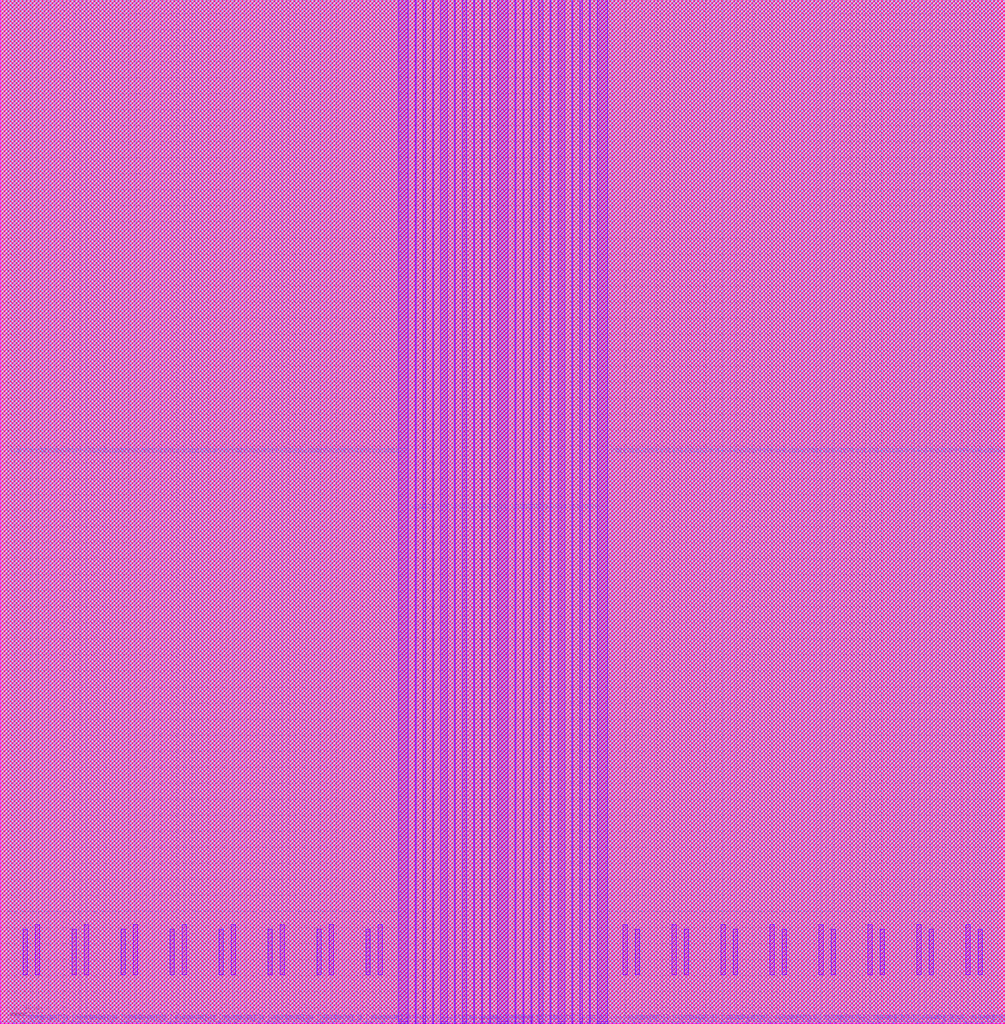
<source format=lef>

#     Copyright (c) 2024 SMIC             
#     Filename:      S55NLLGDPH_X512Y8D16_BW.lef
#     IP code:       S55NLLGDPH
#     Version:       1.3.a
#     CreateDate:    May 18, 2024        
                    
#    LEF for General Dual-Port SRAM
#    SMIC 55nm LL Logic Process

#    Configuration: -instname S55NLLGDPH_X512Y8D16_BW -rows 512 -bits 16 -mux 8 
#    Redundancy: Off
#    Bit-Write: On


# DISCLAIMER                                                                      
#                                                                                   
#   SMIC hereby provides the quality information to you but makes no claims,      
# promises or guarantees about the accuracy, completeness, or adequacy of the     
# information herein. The information contained herein is provided on an "AS IS"  
# basis without any warranty, and SMIC assumes no obligation to provide support   
# of any kind or otherwise maintain the information.                                
#   SMIC disclaims any representation that the information does not infringe any  
# intellectual property rights or proprietary rights of any third parties. SMIC   
# makes no other warranty, whether express, implied or statutory as to any        
# matter whatsoever, including but not limited to the accuracy or sufficiency of  
# any information or the merchantability and fitness for a particular purpose.    
# Neither SMIC nor any of its representatives shall be liable for any cause of    
# action incurred to connect to this service.                                       
#                                                                                 
# STATEMENT OF USE AND CONFIDENTIALITY                                              
#                                                                                   
#   The following/attached material contains confidential and proprietary           
# information of SMIC. This material is based upon information which SMIC           
# considers reliable, but SMIC neither represents nor warrants that such          
# information is accurate or complete, and it must not be relied upon as such.    
# This information was prepared for informational purposes and is for the use     
# by SMIC's customer only. SMIC reserves the right to make changes in the           
# information at any time without notice.                                           
#   No part of this information may be reproduced, transmitted, transcribed,        
# stored in a retrieval system, or translated into any human or computer           
# language, in any form or by any means, electronic, mechanical, magnetic,          
# optical, chemical, manual, or otherwise, without the prior written consent of   
# SMIC. Any unauthorized use or disclosure of this material is strictly             
# prohibited and may be unlawful. By accepting this material, the receiving         
# party shall be deemed to have acknowledged, accepted, and agreed to be bound    
# by the foregoing limitations and restrictions. Thank you.                         
#                                                                                   


VERSION 5.4 ;
NAMESCASESENSITIVE ON ;
BUSBITCHARS "[]" ;
DIVIDERCHAR "/" ;

MACRO S55NLLGDPH_X512Y8D16_BW
 CLASS BLOCK ;
 ORIGIN 0 0 ;
 SYMMETRY X Y R90 ;
 SIZE 313.52 BY 319.25 ;

 PIN AA[0]
 DIRECTION INPUT ;
 USE SIGNAL ;
 PORT
 LAYER M3 ;
 RECT 126.995 0 127.195 0.48 ;
 END
 PORT
 LAYER M2 ;
 RECT 126.995 0 127.195 0.48 ;
 END
 PORT
 LAYER M1 ;
 RECT 126.995 0 127.195 0.48 ;
 END
 ANTENNAGATEAREA 0.025 ;
 ANTENNADIFFAREA 0.060 ;
 END AA[0]

 PIN AA[1]
 DIRECTION INPUT ;
 USE SIGNAL ;
 PORT
 LAYER M3 ;
 RECT 130.16 0 130.36 0.48 ;
 END
 PORT
 LAYER M2 ;
 RECT 130.16 0 130.36 0.48 ;
 END
 PORT
 LAYER M1 ;
 RECT 130.16 0 130.36 0.48 ;
 END
 ANTENNAGATEAREA 0.025 ;
 ANTENNADIFFAREA 0.060 ;
 END AA[1]

 PIN AA[2]
 DIRECTION INPUT ;
 USE SIGNAL ;
 PORT
 LAYER M3 ;
 RECT 132.1 0 132.3 0.48 ;
 END
 PORT
 LAYER M2 ;
 RECT 132.1 0 132.3 0.48 ;
 END
 PORT
 LAYER M1 ;
 RECT 132.1 0 132.3 0.48 ;
 END
 ANTENNAGATEAREA 0.025 ;
 ANTENNADIFFAREA 0.060 ;
 END AA[2]

 PIN AA[3]
 DIRECTION INPUT ;
 USE SIGNAL ;
 PORT
 LAYER M3 ;
 RECT 137.475 0 137.675 0.48 ;
 END
 PORT
 LAYER M2 ;
 RECT 137.475 0 137.675 0.48 ;
 END
 PORT
 LAYER M1 ;
 RECT 137.475 0 137.675 0.48 ;
 END
 ANTENNAGATEAREA 0.025 ;
 ANTENNADIFFAREA 0.060 ;
 END AA[3]

 PIN AA[4]
 DIRECTION INPUT ;
 USE SIGNAL ;
 PORT
 LAYER M3 ;
 RECT 140.07 0 140.27 0.48 ;
 END
 PORT
 LAYER M2 ;
 RECT 140.07 0 140.27 0.48 ;
 END
 PORT
 LAYER M1 ;
 RECT 140.07 0 140.27 0.48 ;
 END
 ANTENNAGATEAREA 0.025 ;
 ANTENNADIFFAREA 0.060 ;
 END AA[4]

 PIN AA[5]
 DIRECTION INPUT ;
 USE SIGNAL ;
 PORT
 LAYER M3 ;
 RECT 142.265 0 142.465 0.48 ;
 END
 PORT
 LAYER M2 ;
 RECT 142.265 0 142.465 0.48 ;
 END
 PORT
 LAYER M1 ;
 RECT 142.265 0 142.465 0.48 ;
 END
 ANTENNAGATEAREA 0.025 ;
 ANTENNADIFFAREA 0.060 ;
 END AA[5]

 PIN WENA
 DIRECTION INPUT ;
 USE SIGNAL ;
 PORT
 LAYER M3 ;
 RECT 143.655 0 143.855 0.48 ;
 END
 PORT
 LAYER M2 ;
 RECT 143.655 0 143.855 0.48 ;
 END
 PORT
 LAYER M1 ;
 RECT 143.655 0 143.855 0.48 ;
 END
 ANTENNAGATEAREA 0.025 ;
 ANTENNADIFFAREA 0.060 ;
 END WENA

 PIN AA[7]
 DIRECTION INPUT ;
 USE SIGNAL ;
 PORT
 LAYER M3 ;
 RECT 146.26 0 146.46 0.48 ;
 END
 PORT
 LAYER M2 ;
 RECT 146.26 0 146.46 0.48 ;
 END
 PORT
 LAYER M1 ;
 RECT 146.26 0 146.46 0.48 ;
 END
 ANTENNAGATEAREA 0.025 ;
 ANTENNADIFFAREA 0.060 ;
 END AA[7]

 PIN AA[6]
 DIRECTION INPUT ;
 USE SIGNAL ;
 PORT
 LAYER M3 ;
 RECT 148.965 0 149.165 0.48 ;
 END
 PORT
 LAYER M2 ;
 RECT 148.965 0 149.165 0.48 ;
 END
 PORT
 LAYER M1 ;
 RECT 148.965 0 149.165 0.48 ;
 END
 ANTENNAGATEAREA 0.025 ;
 ANTENNADIFFAREA 0.060 ;
 END AA[6]

 PIN AA[10]
 DIRECTION INPUT ;
 USE SIGNAL ;
 PORT
 LAYER M3 ;
 RECT 150.56 0 150.76 0.48 ;
 END
 PORT
 LAYER M2 ;
 RECT 150.56 0 150.76 0.48 ;
 END
 PORT
 LAYER M1 ;
 RECT 150.56 0 150.76 0.48 ;
 END
 ANTENNAGATEAREA 0.025 ;
 ANTENNADIFFAREA 0.060 ;
 END AA[10]

 PIN CLKA
 DIRECTION INPUT ;
 USE SIGNAL ;
 PORT
 LAYER M3 ;
 RECT 151.435 0 151.635 0.48 ;
 END
 PORT
 LAYER M2 ;
 RECT 151.435 0 151.635 0.48 ;
 END
 PORT
 LAYER M1 ;
 RECT 151.435 0 151.635 0.48 ;
 END
 ANTENNAGATEAREA 0.025 ;
 ANTENNADIFFAREA 0.060 ;
 END CLKA

 PIN CENA
 DIRECTION INPUT ;
 USE SIGNAL ;
 PORT
 LAYER M3 ;
 RECT 152.155 0 152.355 0.48 ;
 END
 PORT
 LAYER M2 ;
 RECT 152.155 0 152.355 0.48 ;
 END
 PORT
 LAYER M1 ;
 RECT 152.155 0 152.355 0.48 ;
 END
 ANTENNAGATEAREA 0.025 ;
 ANTENNADIFFAREA 0.060 ;
 END CENA

 PIN AA[9]
 DIRECTION INPUT ;
 USE SIGNAL ;
 PORT
 LAYER M3 ;
 RECT 153 0 153.2 0.48 ;
 END
 PORT
 LAYER M2 ;
 RECT 153 0 153.2 0.48 ;
 END
 PORT
 LAYER M1 ;
 RECT 153 0 153.2 0.48 ;
 END
 ANTENNAGATEAREA 0.025 ;
 ANTENNADIFFAREA 0.060 ;
 END AA[9]

 PIN AA[8]
 DIRECTION INPUT ;
 USE SIGNAL ;
 PORT
 LAYER M3 ;
 RECT 153.865 0 154.065 0.48 ;
 END
 PORT
 LAYER M2 ;
 RECT 153.865 0 154.065 0.48 ;
 END
 PORT
 LAYER M1 ;
 RECT 153.865 0 154.065 0.48 ;
 END
 ANTENNAGATEAREA 0.025 ;
 ANTENNADIFFAREA 0.060 ;
 END AA[8]

 PIN AA[11]
 DIRECTION INPUT ;
 USE SIGNAL ;
 PORT
 LAYER M3 ;
 RECT 154.71 0 154.91 0.48 ;
 END
 PORT
 LAYER M2 ;
 RECT 154.71 0 154.91 0.48 ;
 END
 PORT
 LAYER M1 ;
 RECT 154.71 0 154.91 0.48 ;
 END
 ANTENNAGATEAREA 0.025 ;
 ANTENNADIFFAREA 0.060 ;
 END AA[11]

 PIN AB[11]
 DIRECTION INPUT ;
 USE SIGNAL ;
 PORT
 LAYER M3 ;
 RECT 158.61 0 158.81 0.48 ;
 END
 PORT
 LAYER M2 ;
 RECT 158.61 0 158.81 0.48 ;
 END
 PORT
 LAYER M1 ;
 RECT 158.61 0 158.81 0.48 ;
 END
 ANTENNAGATEAREA 0.025 ;
 ANTENNADIFFAREA 0.060 ;
 END AB[11]

 PIN AB[8]
 DIRECTION INPUT ;
 USE SIGNAL ;
 PORT
 LAYER M3 ;
 RECT 159.455 0 159.655 0.48 ;
 END
 PORT
 LAYER M2 ;
 RECT 159.455 0 159.655 0.48 ;
 END
 PORT
 LAYER M1 ;
 RECT 159.455 0 159.655 0.48 ;
 END
 ANTENNAGATEAREA 0.025 ;
 ANTENNADIFFAREA 0.060 ;
 END AB[8]

 PIN AB[9]
 DIRECTION INPUT ;
 USE SIGNAL ;
 PORT
 LAYER M3 ;
 RECT 160.32 0 160.52 0.48 ;
 END
 PORT
 LAYER M2 ;
 RECT 160.32 0 160.52 0.48 ;
 END
 PORT
 LAYER M1 ;
 RECT 160.32 0 160.52 0.48 ;
 END
 ANTENNAGATEAREA 0.025 ;
 ANTENNADIFFAREA 0.060 ;
 END AB[9]

 PIN CENB
 DIRECTION INPUT ;
 USE SIGNAL ;
 PORT
 LAYER M3 ;
 RECT 161.165 0 161.365 0.48 ;
 END
 PORT
 LAYER M2 ;
 RECT 161.165 0 161.365 0.48 ;
 END
 PORT
 LAYER M1 ;
 RECT 161.165 0 161.365 0.48 ;
 END
 ANTENNAGATEAREA 0.025 ;
 ANTENNADIFFAREA 0.060 ;
 END CENB

 PIN CLKB
 DIRECTION INPUT ;
 USE SIGNAL ;
 PORT
 LAYER M3 ;
 RECT 161.885 0 162.085 0.48 ;
 END
 PORT
 LAYER M2 ;
 RECT 161.885 0 162.085 0.48 ;
 END
 PORT
 LAYER M1 ;
 RECT 161.885 0 162.085 0.48 ;
 END
 ANTENNAGATEAREA 0.025 ;
 ANTENNADIFFAREA 0.060 ;
 END CLKB

 PIN AB[10]
 DIRECTION INPUT ;
 USE SIGNAL ;
 PORT
 LAYER M3 ;
 RECT 162.76 0 162.96 0.48 ;
 END
 PORT
 LAYER M2 ;
 RECT 162.76 0 162.96 0.48 ;
 END
 PORT
 LAYER M1 ;
 RECT 162.76 0 162.96 0.48 ;
 END
 ANTENNAGATEAREA 0.025 ;
 ANTENNADIFFAREA 0.060 ;
 END AB[10]

 PIN AB[6]
 DIRECTION INPUT ;
 USE SIGNAL ;
 PORT
 LAYER M3 ;
 RECT 164.355 0 164.555 0.48 ;
 END
 PORT
 LAYER M2 ;
 RECT 164.355 0 164.555 0.48 ;
 END
 PORT
 LAYER M1 ;
 RECT 164.355 0 164.555 0.48 ;
 END
 ANTENNAGATEAREA 0.025 ;
 ANTENNADIFFAREA 0.060 ;
 END AB[6]

 PIN AB[7]
 DIRECTION INPUT ;
 USE SIGNAL ;
 PORT
 LAYER M3 ;
 RECT 167.06 0 167.26 0.48 ;
 END
 PORT
 LAYER M2 ;
 RECT 167.06 0 167.26 0.48 ;
 END
 PORT
 LAYER M1 ;
 RECT 167.06 0 167.26 0.48 ;
 END
 ANTENNAGATEAREA 0.025 ;
 ANTENNADIFFAREA 0.060 ;
 END AB[7]

 PIN WENB
 DIRECTION INPUT ;
 USE SIGNAL ;
 PORT
 LAYER M3 ;
 RECT 169.665 0 169.865 0.48 ;
 END
 PORT
 LAYER M2 ;
 RECT 169.665 0 169.865 0.48 ;
 END
 PORT
 LAYER M1 ;
 RECT 169.665 0 169.865 0.48 ;
 END
 ANTENNAGATEAREA 0.025 ;
 ANTENNADIFFAREA 0.060 ;
 END WENB

 PIN AB[5]
 DIRECTION INPUT ;
 USE SIGNAL ;
 PORT
 LAYER M3 ;
 RECT 171.055 0 171.255 0.48 ;
 END
 PORT
 LAYER M2 ;
 RECT 171.055 0 171.255 0.48 ;
 END
 PORT
 LAYER M1 ;
 RECT 171.055 0 171.255 0.48 ;
 END
 ANTENNAGATEAREA 0.025 ;
 ANTENNADIFFAREA 0.060 ;
 END AB[5]

 PIN AB[4]
 DIRECTION INPUT ;
 USE SIGNAL ;
 PORT
 LAYER M3 ;
 RECT 173.25 0 173.45 0.48 ;
 END
 PORT
 LAYER M2 ;
 RECT 173.25 0 173.45 0.48 ;
 END
 PORT
 LAYER M1 ;
 RECT 173.25 0 173.45 0.48 ;
 END
 ANTENNAGATEAREA 0.025 ;
 ANTENNADIFFAREA 0.060 ;
 END AB[4]

 PIN AB[3]
 DIRECTION INPUT ;
 USE SIGNAL ;
 PORT
 LAYER M3 ;
 RECT 175.845 0 176.045 0.48 ;
 END
 PORT
 LAYER M2 ;
 RECT 175.845 0 176.045 0.48 ;
 END
 PORT
 LAYER M1 ;
 RECT 175.845 0 176.045 0.48 ;
 END
 ANTENNAGATEAREA 0.025 ;
 ANTENNADIFFAREA 0.060 ;
 END AB[3]

 PIN AB[2]
 DIRECTION INPUT ;
 USE SIGNAL ;
 PORT
 LAYER M3 ;
 RECT 181.22 0 181.42 0.48 ;
 END
 PORT
 LAYER M2 ;
 RECT 181.22 0 181.42 0.48 ;
 END
 PORT
 LAYER M1 ;
 RECT 181.22 0 181.42 0.48 ;
 END
 ANTENNAGATEAREA 0.025 ;
 ANTENNADIFFAREA 0.060 ;
 END AB[2]

 PIN AB[1]
 DIRECTION INPUT ;
 USE SIGNAL ;
 PORT
 LAYER M3 ;
 RECT 183.16 0 183.36 0.48 ;
 END
 PORT
 LAYER M2 ;
 RECT 183.16 0 183.36 0.48 ;
 END
 PORT
 LAYER M1 ;
 RECT 183.16 0 183.36 0.48 ;
 END
 ANTENNAGATEAREA 0.025 ;
 ANTENNADIFFAREA 0.060 ;
 END AB[1]

 PIN AB[0]
 DIRECTION INPUT ;
 USE SIGNAL ;
 PORT
 LAYER M3 ;
 RECT 186.325 0 186.525 0.48 ;
 END
 PORT
 LAYER M2 ;
 RECT 186.325 0 186.525 0.48 ;
 END
 PORT
 LAYER M1 ;
 RECT 186.325 0 186.525 0.48 ;
 END
 ANTENNAGATEAREA 0.025 ;
 ANTENNADIFFAREA 0.060 ;
 END AB[0]

 PIN QB[7]
 DIRECTION OUTPUT ;
 USE SIGNAL ;
 PORT
 LAYER M3 ;
 RECT 4.165 0 4.365 0.48 ;
 END
 PORT
 LAYER M2 ;
 RECT 4.165 0 4.365 0.48 ;
 END
 PORT
 LAYER M1 ;
 RECT 4.165 0 4.365 0.48 ;
 END
 ANTENNAGATEAREA 0.025 ;
 ANTENNADIFFAREA 0.060 ;
 END QB[7]

 PIN DB[7]
 DIRECTION INPUT ;
 USE SIGNAL ;
 PORT
 LAYER M3 ;
 RECT 7.025 0 7.225 0.48 ;
 END
 PORT
 LAYER M2 ;
 RECT 7.025 0 7.225 0.48 ;
 END
 PORT
 LAYER M1 ;
 RECT 7.025 0 7.225 0.48 ;
 END
 ANTENNAGATEAREA 0.025 ;
 ANTENNADIFFAREA 0.060 ;
 END DB[7]

 PIN BWENB[7]
 DIRECTION INPUT ;
 USE SIGNAL ;
 PORT
 LAYER M3 ;
 RECT 8.705 0 8.905 0.48 ;
 END
 PORT
 LAYER M2 ;
 RECT 8.705 0 8.905 0.48 ;
 END
 PORT
 LAYER M1 ;
 RECT 8.705 0 8.905 0.48 ;
 END
 ANTENNAGATEAREA 0.025 ;
 ANTENNADIFFAREA 0.060 ;
 END BWENB[7]

 PIN BWENA[7]
 DIRECTION INPUT ;
 USE SIGNAL ;
 PORT
 LAYER M3 ;
 RECT 10.485 0 10.685 0.48 ;
 END
 PORT
 LAYER M2 ;
 RECT 10.485 0 10.685 0.48 ;
 END
 PORT
 LAYER M1 ;
 RECT 10.485 0 10.685 0.48 ;
 END
 ANTENNAGATEAREA 0.025 ;
 ANTENNADIFFAREA 0.060 ;
 END BWENA[7]

 PIN DA[7]
 DIRECTION INPUT ;
 USE SIGNAL ;
 PORT
 LAYER M3 ;
 RECT 12.165 0 12.365 0.48 ;
 END
 PORT
 LAYER M2 ;
 RECT 12.165 0 12.365 0.48 ;
 END
 PORT
 LAYER M1 ;
 RECT 12.165 0 12.365 0.48 ;
 END
 ANTENNAGATEAREA 0.025 ;
 ANTENNADIFFAREA 0.060 ;
 END DA[7]

 PIN QA[7]
 DIRECTION OUTPUT ;
 USE SIGNAL ;
 PORT
 LAYER M3 ;
 RECT 15.025 0 15.225 0.48 ;
 END
 PORT
 LAYER M2 ;
 RECT 15.025 0 15.225 0.48 ;
 END
 PORT
 LAYER M1 ;
 RECT 15.025 0 15.225 0.48 ;
 END
 ANTENNAGATEAREA 0.025 ;
 ANTENNADIFFAREA 0.060 ;
 END QA[7]

 PIN QB[6]
 DIRECTION OUTPUT ;
 USE SIGNAL ;
 PORT
 LAYER M3 ;
 RECT 19.445 0 19.645 0.48 ;
 END
 PORT
 LAYER M2 ;
 RECT 19.445 0 19.645 0.48 ;
 END
 PORT
 LAYER M1 ;
 RECT 19.445 0 19.645 0.48 ;
 END
 ANTENNAGATEAREA 0.025 ;
 ANTENNADIFFAREA 0.060 ;
 END QB[6]

 PIN DB[6]
 DIRECTION INPUT ;
 USE SIGNAL ;
 PORT
 LAYER M3 ;
 RECT 22.305 0 22.505 0.48 ;
 END
 PORT
 LAYER M2 ;
 RECT 22.305 0 22.505 0.48 ;
 END
 PORT
 LAYER M1 ;
 RECT 22.305 0 22.505 0.48 ;
 END
 ANTENNAGATEAREA 0.025 ;
 ANTENNADIFFAREA 0.060 ;
 END DB[6]

 PIN BWENB[6]
 DIRECTION INPUT ;
 USE SIGNAL ;
 PORT
 LAYER M3 ;
 RECT 23.985 0 24.185 0.48 ;
 END
 PORT
 LAYER M2 ;
 RECT 23.985 0 24.185 0.48 ;
 END
 PORT
 LAYER M1 ;
 RECT 23.985 0 24.185 0.48 ;
 END
 ANTENNAGATEAREA 0.025 ;
 ANTENNADIFFAREA 0.060 ;
 END BWENB[6]

 PIN BWENA[6]
 DIRECTION INPUT ;
 USE SIGNAL ;
 PORT
 LAYER M3 ;
 RECT 25.765 0 25.965 0.48 ;
 END
 PORT
 LAYER M2 ;
 RECT 25.765 0 25.965 0.48 ;
 END
 PORT
 LAYER M1 ;
 RECT 25.765 0 25.965 0.48 ;
 END
 ANTENNAGATEAREA 0.025 ;
 ANTENNADIFFAREA 0.060 ;
 END BWENA[6]

 PIN DA[6]
 DIRECTION INPUT ;
 USE SIGNAL ;
 PORT
 LAYER M3 ;
 RECT 27.445 0 27.645 0.48 ;
 END
 PORT
 LAYER M2 ;
 RECT 27.445 0 27.645 0.48 ;
 END
 PORT
 LAYER M1 ;
 RECT 27.445 0 27.645 0.48 ;
 END
 ANTENNAGATEAREA 0.025 ;
 ANTENNADIFFAREA 0.060 ;
 END DA[6]

 PIN QA[6]
 DIRECTION OUTPUT ;
 USE SIGNAL ;
 PORT
 LAYER M3 ;
 RECT 30.305 0 30.505 0.48 ;
 END
 PORT
 LAYER M2 ;
 RECT 30.305 0 30.505 0.48 ;
 END
 PORT
 LAYER M1 ;
 RECT 30.305 0 30.505 0.48 ;
 END
 ANTENNAGATEAREA 0.025 ;
 ANTENNADIFFAREA 0.060 ;
 END QA[6]

 PIN QB[5]
 DIRECTION OUTPUT ;
 USE SIGNAL ;
 PORT
 LAYER M3 ;
 RECT 34.725 0 34.925 0.48 ;
 END
 PORT
 LAYER M2 ;
 RECT 34.725 0 34.925 0.48 ;
 END
 PORT
 LAYER M1 ;
 RECT 34.725 0 34.925 0.48 ;
 END
 ANTENNAGATEAREA 0.025 ;
 ANTENNADIFFAREA 0.060 ;
 END QB[5]

 PIN DB[5]
 DIRECTION INPUT ;
 USE SIGNAL ;
 PORT
 LAYER M3 ;
 RECT 37.585 0 37.785 0.48 ;
 END
 PORT
 LAYER M2 ;
 RECT 37.585 0 37.785 0.48 ;
 END
 PORT
 LAYER M1 ;
 RECT 37.585 0 37.785 0.48 ;
 END
 ANTENNAGATEAREA 0.025 ;
 ANTENNADIFFAREA 0.060 ;
 END DB[5]

 PIN BWENB[5]
 DIRECTION INPUT ;
 USE SIGNAL ;
 PORT
 LAYER M3 ;
 RECT 39.265 0 39.465 0.48 ;
 END
 PORT
 LAYER M2 ;
 RECT 39.265 0 39.465 0.48 ;
 END
 PORT
 LAYER M1 ;
 RECT 39.265 0 39.465 0.48 ;
 END
 ANTENNAGATEAREA 0.025 ;
 ANTENNADIFFAREA 0.060 ;
 END BWENB[5]

 PIN BWENA[5]
 DIRECTION INPUT ;
 USE SIGNAL ;
 PORT
 LAYER M3 ;
 RECT 41.045 0 41.245 0.48 ;
 END
 PORT
 LAYER M2 ;
 RECT 41.045 0 41.245 0.48 ;
 END
 PORT
 LAYER M1 ;
 RECT 41.045 0 41.245 0.48 ;
 END
 ANTENNAGATEAREA 0.025 ;
 ANTENNADIFFAREA 0.060 ;
 END BWENA[5]

 PIN DA[5]
 DIRECTION INPUT ;
 USE SIGNAL ;
 PORT
 LAYER M3 ;
 RECT 42.725 0 42.925 0.48 ;
 END
 PORT
 LAYER M2 ;
 RECT 42.725 0 42.925 0.48 ;
 END
 PORT
 LAYER M1 ;
 RECT 42.725 0 42.925 0.48 ;
 END
 ANTENNAGATEAREA 0.025 ;
 ANTENNADIFFAREA 0.060 ;
 END DA[5]

 PIN QA[5]
 DIRECTION OUTPUT ;
 USE SIGNAL ;
 PORT
 LAYER M3 ;
 RECT 45.585 0 45.785 0.48 ;
 END
 PORT
 LAYER M2 ;
 RECT 45.585 0 45.785 0.48 ;
 END
 PORT
 LAYER M1 ;
 RECT 45.585 0 45.785 0.48 ;
 END
 ANTENNAGATEAREA 0.025 ;
 ANTENNADIFFAREA 0.060 ;
 END QA[5]

 PIN QB[4]
 DIRECTION OUTPUT ;
 USE SIGNAL ;
 PORT
 LAYER M3 ;
 RECT 50.005 0 50.205 0.48 ;
 END
 PORT
 LAYER M2 ;
 RECT 50.005 0 50.205 0.48 ;
 END
 PORT
 LAYER M1 ;
 RECT 50.005 0 50.205 0.48 ;
 END
 ANTENNAGATEAREA 0.025 ;
 ANTENNADIFFAREA 0.060 ;
 END QB[4]

 PIN DB[4]
 DIRECTION INPUT ;
 USE SIGNAL ;
 PORT
 LAYER M3 ;
 RECT 52.865 0 53.065 0.48 ;
 END
 PORT
 LAYER M2 ;
 RECT 52.865 0 53.065 0.48 ;
 END
 PORT
 LAYER M1 ;
 RECT 52.865 0 53.065 0.48 ;
 END
 ANTENNAGATEAREA 0.025 ;
 ANTENNADIFFAREA 0.060 ;
 END DB[4]

 PIN BWENB[4]
 DIRECTION INPUT ;
 USE SIGNAL ;
 PORT
 LAYER M3 ;
 RECT 54.545 0 54.745 0.48 ;
 END
 PORT
 LAYER M2 ;
 RECT 54.545 0 54.745 0.48 ;
 END
 PORT
 LAYER M1 ;
 RECT 54.545 0 54.745 0.48 ;
 END
 ANTENNAGATEAREA 0.025 ;
 ANTENNADIFFAREA 0.060 ;
 END BWENB[4]

 PIN BWENA[4]
 DIRECTION INPUT ;
 USE SIGNAL ;
 PORT
 LAYER M3 ;
 RECT 56.325 0 56.525 0.48 ;
 END
 PORT
 LAYER M2 ;
 RECT 56.325 0 56.525 0.48 ;
 END
 PORT
 LAYER M1 ;
 RECT 56.325 0 56.525 0.48 ;
 END
 ANTENNAGATEAREA 0.025 ;
 ANTENNADIFFAREA 0.060 ;
 END BWENA[4]

 PIN DA[4]
 DIRECTION INPUT ;
 USE SIGNAL ;
 PORT
 LAYER M3 ;
 RECT 58.005 0 58.205 0.48 ;
 END
 PORT
 LAYER M2 ;
 RECT 58.005 0 58.205 0.48 ;
 END
 PORT
 LAYER M1 ;
 RECT 58.005 0 58.205 0.48 ;
 END
 ANTENNAGATEAREA 0.025 ;
 ANTENNADIFFAREA 0.060 ;
 END DA[4]

 PIN QA[4]
 DIRECTION OUTPUT ;
 USE SIGNAL ;
 PORT
 LAYER M3 ;
 RECT 60.865 0 61.065 0.48 ;
 END
 PORT
 LAYER M2 ;
 RECT 60.865 0 61.065 0.48 ;
 END
 PORT
 LAYER M1 ;
 RECT 60.865 0 61.065 0.48 ;
 END
 ANTENNAGATEAREA 0.025 ;
 ANTENNADIFFAREA 0.060 ;
 END QA[4]

 PIN QB[3]
 DIRECTION OUTPUT ;
 USE SIGNAL ;
 PORT
 LAYER M3 ;
 RECT 65.285 0 65.485 0.48 ;
 END
 PORT
 LAYER M2 ;
 RECT 65.285 0 65.485 0.48 ;
 END
 PORT
 LAYER M1 ;
 RECT 65.285 0 65.485 0.48 ;
 END
 ANTENNAGATEAREA 0.025 ;
 ANTENNADIFFAREA 0.060 ;
 END QB[3]

 PIN DB[3]
 DIRECTION INPUT ;
 USE SIGNAL ;
 PORT
 LAYER M3 ;
 RECT 68.145 0 68.345 0.48 ;
 END
 PORT
 LAYER M2 ;
 RECT 68.145 0 68.345 0.48 ;
 END
 PORT
 LAYER M1 ;
 RECT 68.145 0 68.345 0.48 ;
 END
 ANTENNAGATEAREA 0.025 ;
 ANTENNADIFFAREA 0.060 ;
 END DB[3]

 PIN BWENB[3]
 DIRECTION INPUT ;
 USE SIGNAL ;
 PORT
 LAYER M3 ;
 RECT 69.825 0 70.025 0.48 ;
 END
 PORT
 LAYER M2 ;
 RECT 69.825 0 70.025 0.48 ;
 END
 PORT
 LAYER M1 ;
 RECT 69.825 0 70.025 0.48 ;
 END
 ANTENNAGATEAREA 0.025 ;
 ANTENNADIFFAREA 0.060 ;
 END BWENB[3]

 PIN BWENA[3]
 DIRECTION INPUT ;
 USE SIGNAL ;
 PORT
 LAYER M3 ;
 RECT 71.605 0 71.805 0.48 ;
 END
 PORT
 LAYER M2 ;
 RECT 71.605 0 71.805 0.48 ;
 END
 PORT
 LAYER M1 ;
 RECT 71.605 0 71.805 0.48 ;
 END
 ANTENNAGATEAREA 0.025 ;
 ANTENNADIFFAREA 0.060 ;
 END BWENA[3]

 PIN DA[3]
 DIRECTION INPUT ;
 USE SIGNAL ;
 PORT
 LAYER M3 ;
 RECT 73.285 0 73.485 0.48 ;
 END
 PORT
 LAYER M2 ;
 RECT 73.285 0 73.485 0.48 ;
 END
 PORT
 LAYER M1 ;
 RECT 73.285 0 73.485 0.48 ;
 END
 ANTENNAGATEAREA 0.025 ;
 ANTENNADIFFAREA 0.060 ;
 END DA[3]

 PIN QA[3]
 DIRECTION OUTPUT ;
 USE SIGNAL ;
 PORT
 LAYER M3 ;
 RECT 76.145 0 76.345 0.48 ;
 END
 PORT
 LAYER M2 ;
 RECT 76.145 0 76.345 0.48 ;
 END
 PORT
 LAYER M1 ;
 RECT 76.145 0 76.345 0.48 ;
 END
 ANTENNAGATEAREA 0.025 ;
 ANTENNADIFFAREA 0.060 ;
 END QA[3]

 PIN QB[2]
 DIRECTION OUTPUT ;
 USE SIGNAL ;
 PORT
 LAYER M3 ;
 RECT 80.565 0 80.765 0.48 ;
 END
 PORT
 LAYER M2 ;
 RECT 80.565 0 80.765 0.48 ;
 END
 PORT
 LAYER M1 ;
 RECT 80.565 0 80.765 0.48 ;
 END
 ANTENNAGATEAREA 0.025 ;
 ANTENNADIFFAREA 0.060 ;
 END QB[2]

 PIN DB[2]
 DIRECTION INPUT ;
 USE SIGNAL ;
 PORT
 LAYER M3 ;
 RECT 83.425 0 83.625 0.48 ;
 END
 PORT
 LAYER M2 ;
 RECT 83.425 0 83.625 0.48 ;
 END
 PORT
 LAYER M1 ;
 RECT 83.425 0 83.625 0.48 ;
 END
 ANTENNAGATEAREA 0.025 ;
 ANTENNADIFFAREA 0.060 ;
 END DB[2]

 PIN BWENB[2]
 DIRECTION INPUT ;
 USE SIGNAL ;
 PORT
 LAYER M3 ;
 RECT 85.105 0 85.305 0.48 ;
 END
 PORT
 LAYER M2 ;
 RECT 85.105 0 85.305 0.48 ;
 END
 PORT
 LAYER M1 ;
 RECT 85.105 0 85.305 0.48 ;
 END
 ANTENNAGATEAREA 0.025 ;
 ANTENNADIFFAREA 0.060 ;
 END BWENB[2]

 PIN BWENA[2]
 DIRECTION INPUT ;
 USE SIGNAL ;
 PORT
 LAYER M3 ;
 RECT 86.885 0 87.085 0.48 ;
 END
 PORT
 LAYER M2 ;
 RECT 86.885 0 87.085 0.48 ;
 END
 PORT
 LAYER M1 ;
 RECT 86.885 0 87.085 0.48 ;
 END
 ANTENNAGATEAREA 0.025 ;
 ANTENNADIFFAREA 0.060 ;
 END BWENA[2]

 PIN DA[2]
 DIRECTION INPUT ;
 USE SIGNAL ;
 PORT
 LAYER M3 ;
 RECT 88.565 0 88.765 0.48 ;
 END
 PORT
 LAYER M2 ;
 RECT 88.565 0 88.765 0.48 ;
 END
 PORT
 LAYER M1 ;
 RECT 88.565 0 88.765 0.48 ;
 END
 ANTENNAGATEAREA 0.025 ;
 ANTENNADIFFAREA 0.060 ;
 END DA[2]

 PIN QA[2]
 DIRECTION OUTPUT ;
 USE SIGNAL ;
 PORT
 LAYER M3 ;
 RECT 91.425 0 91.625 0.48 ;
 END
 PORT
 LAYER M2 ;
 RECT 91.425 0 91.625 0.48 ;
 END
 PORT
 LAYER M1 ;
 RECT 91.425 0 91.625 0.48 ;
 END
 ANTENNAGATEAREA 0.025 ;
 ANTENNADIFFAREA 0.060 ;
 END QA[2]

 PIN QB[1]
 DIRECTION OUTPUT ;
 USE SIGNAL ;
 PORT
 LAYER M3 ;
 RECT 95.845 0 96.045 0.48 ;
 END
 PORT
 LAYER M2 ;
 RECT 95.845 0 96.045 0.48 ;
 END
 PORT
 LAYER M1 ;
 RECT 95.845 0 96.045 0.48 ;
 END
 ANTENNAGATEAREA 0.025 ;
 ANTENNADIFFAREA 0.060 ;
 END QB[1]

 PIN DB[1]
 DIRECTION INPUT ;
 USE SIGNAL ;
 PORT
 LAYER M3 ;
 RECT 98.705 0 98.905 0.48 ;
 END
 PORT
 LAYER M2 ;
 RECT 98.705 0 98.905 0.48 ;
 END
 PORT
 LAYER M1 ;
 RECT 98.705 0 98.905 0.48 ;
 END
 ANTENNAGATEAREA 0.025 ;
 ANTENNADIFFAREA 0.060 ;
 END DB[1]

 PIN BWENB[1]
 DIRECTION INPUT ;
 USE SIGNAL ;
 PORT
 LAYER M3 ;
 RECT 100.385 0 100.585 0.48 ;
 END
 PORT
 LAYER M2 ;
 RECT 100.385 0 100.585 0.48 ;
 END
 PORT
 LAYER M1 ;
 RECT 100.385 0 100.585 0.48 ;
 END
 ANTENNAGATEAREA 0.025 ;
 ANTENNADIFFAREA 0.060 ;
 END BWENB[1]

 PIN BWENA[1]
 DIRECTION INPUT ;
 USE SIGNAL ;
 PORT
 LAYER M3 ;
 RECT 102.165 0 102.365 0.48 ;
 END
 PORT
 LAYER M2 ;
 RECT 102.165 0 102.365 0.48 ;
 END
 PORT
 LAYER M1 ;
 RECT 102.165 0 102.365 0.48 ;
 END
 ANTENNAGATEAREA 0.025 ;
 ANTENNADIFFAREA 0.060 ;
 END BWENA[1]

 PIN DA[1]
 DIRECTION INPUT ;
 USE SIGNAL ;
 PORT
 LAYER M3 ;
 RECT 103.845 0 104.045 0.48 ;
 END
 PORT
 LAYER M2 ;
 RECT 103.845 0 104.045 0.48 ;
 END
 PORT
 LAYER M1 ;
 RECT 103.845 0 104.045 0.48 ;
 END
 ANTENNAGATEAREA 0.025 ;
 ANTENNADIFFAREA 0.060 ;
 END DA[1]

 PIN QA[1]
 DIRECTION OUTPUT ;
 USE SIGNAL ;
 PORT
 LAYER M3 ;
 RECT 106.705 0 106.905 0.48 ;
 END
 PORT
 LAYER M2 ;
 RECT 106.705 0 106.905 0.48 ;
 END
 PORT
 LAYER M1 ;
 RECT 106.705 0 106.905 0.48 ;
 END
 ANTENNAGATEAREA 0.025 ;
 ANTENNADIFFAREA 0.060 ;
 END QA[1]

 PIN QB[0]
 DIRECTION OUTPUT ;
 USE SIGNAL ;
 PORT
 LAYER M3 ;
 RECT 111.125 0 111.325 0.48 ;
 END
 PORT
 LAYER M2 ;
 RECT 111.125 0 111.325 0.48 ;
 END
 PORT
 LAYER M1 ;
 RECT 111.125 0 111.325 0.48 ;
 END
 ANTENNAGATEAREA 0.025 ;
 ANTENNADIFFAREA 0.060 ;
 END QB[0]

 PIN DB[0]
 DIRECTION INPUT ;
 USE SIGNAL ;
 PORT
 LAYER M3 ;
 RECT 113.985 0 114.185 0.48 ;
 END
 PORT
 LAYER M2 ;
 RECT 113.985 0 114.185 0.48 ;
 END
 PORT
 LAYER M1 ;
 RECT 113.985 0 114.185 0.48 ;
 END
 ANTENNAGATEAREA 0.025 ;
 ANTENNADIFFAREA 0.060 ;
 END DB[0]

 PIN BWENB[0]
 DIRECTION INPUT ;
 USE SIGNAL ;
 PORT
 LAYER M3 ;
 RECT 115.665 0 115.865 0.48 ;
 END
 PORT
 LAYER M2 ;
 RECT 115.665 0 115.865 0.48 ;
 END
 PORT
 LAYER M1 ;
 RECT 115.665 0 115.865 0.48 ;
 END
 ANTENNAGATEAREA 0.025 ;
 ANTENNADIFFAREA 0.060 ;
 END BWENB[0]

 PIN BWENA[0]
 DIRECTION INPUT ;
 USE SIGNAL ;
 PORT
 LAYER M3 ;
 RECT 117.445 0 117.645 0.48 ;
 END
 PORT
 LAYER M2 ;
 RECT 117.445 0 117.645 0.48 ;
 END
 PORT
 LAYER M1 ;
 RECT 117.445 0 117.645 0.48 ;
 END
 ANTENNAGATEAREA 0.025 ;
 ANTENNADIFFAREA 0.060 ;
 END BWENA[0]

 PIN DA[0]
 DIRECTION INPUT ;
 USE SIGNAL ;
 PORT
 LAYER M3 ;
 RECT 119.125 0 119.325 0.48 ;
 END
 PORT
 LAYER M2 ;
 RECT 119.125 0 119.325 0.48 ;
 END
 PORT
 LAYER M1 ;
 RECT 119.125 0 119.325 0.48 ;
 END
 ANTENNAGATEAREA 0.025 ;
 ANTENNADIFFAREA 0.060 ;
 END DA[0]

 PIN QA[0]
 DIRECTION OUTPUT ;
 USE SIGNAL ;
 PORT
 LAYER M3 ;
 RECT 121.985 0 122.185 0.48 ;
 END
 PORT
 LAYER M2 ;
 RECT 121.985 0 122.185 0.48 ;
 END
 PORT
 LAYER M1 ;
 RECT 121.985 0 122.185 0.48 ;
 END
 ANTENNAGATEAREA 0.025 ;
 ANTENNADIFFAREA 0.060 ;
 END QA[0]

 PIN QA[8]
 DIRECTION OUTPUT ;
 USE SIGNAL ;
 PORT
 LAYER M3 ;
 RECT 191.335 0 191.535 0.48 ;
 END
 PORT
 LAYER M2 ;
 RECT 191.335 0 191.535 0.48 ;
 END
 PORT
 LAYER M1 ;
 RECT 191.335 0 191.535 0.48 ;
 END
 ANTENNAGATEAREA 0.025 ;
 ANTENNADIFFAREA 0.060 ;
 END QA[8]

 PIN DA[8]
 DIRECTION INPUT ;
 USE SIGNAL ;
 PORT
 LAYER M3 ;
 RECT 194.195 0 194.395 0.48 ;
 END
 PORT
 LAYER M2 ;
 RECT 194.195 0 194.395 0.48 ;
 END
 PORT
 LAYER M1 ;
 RECT 194.195 0 194.395 0.48 ;
 END
 ANTENNAGATEAREA 0.025 ;
 ANTENNADIFFAREA 0.060 ;
 END DA[8]

 PIN BWENA[8]
 DIRECTION INPUT ;
 USE SIGNAL ;
 PORT
 LAYER M3 ;
 RECT 195.875 0 196.075 0.48 ;
 END
 PORT
 LAYER M2 ;
 RECT 195.875 0 196.075 0.48 ;
 END
 PORT
 LAYER M1 ;
 RECT 195.875 0 196.075 0.48 ;
 END
 ANTENNAGATEAREA 0.025 ;
 ANTENNADIFFAREA 0.060 ;
 END BWENA[8]

 PIN BWENB[8]
 DIRECTION INPUT ;
 USE SIGNAL ;
 PORT
 LAYER M3 ;
 RECT 197.655 0 197.855 0.48 ;
 END
 PORT
 LAYER M2 ;
 RECT 197.655 0 197.855 0.48 ;
 END
 PORT
 LAYER M1 ;
 RECT 197.655 0 197.855 0.48 ;
 END
 ANTENNAGATEAREA 0.025 ;
 ANTENNADIFFAREA 0.060 ;
 END BWENB[8]

 PIN DB[8]
 DIRECTION INPUT ;
 USE SIGNAL ;
 PORT
 LAYER M3 ;
 RECT 199.335 0 199.535 0.48 ;
 END
 PORT
 LAYER M2 ;
 RECT 199.335 0 199.535 0.48 ;
 END
 PORT
 LAYER M1 ;
 RECT 199.335 0 199.535 0.48 ;
 END
 ANTENNAGATEAREA 0.025 ;
 ANTENNADIFFAREA 0.060 ;
 END DB[8]

 PIN QB[8]
 DIRECTION OUTPUT ;
 USE SIGNAL ;
 PORT
 LAYER M3 ;
 RECT 202.195 0 202.395 0.48 ;
 END
 PORT
 LAYER M2 ;
 RECT 202.195 0 202.395 0.48 ;
 END
 PORT
 LAYER M1 ;
 RECT 202.195 0 202.395 0.48 ;
 END
 ANTENNAGATEAREA 0.025 ;
 ANTENNADIFFAREA 0.060 ;
 END QB[8]

 PIN QA[9]
 DIRECTION OUTPUT ;
 USE SIGNAL ;
 PORT
 LAYER M3 ;
 RECT 206.615 0 206.815 0.48 ;
 END
 PORT
 LAYER M2 ;
 RECT 206.615 0 206.815 0.48 ;
 END
 PORT
 LAYER M1 ;
 RECT 206.615 0 206.815 0.48 ;
 END
 ANTENNAGATEAREA 0.025 ;
 ANTENNADIFFAREA 0.060 ;
 END QA[9]

 PIN DA[9]
 DIRECTION INPUT ;
 USE SIGNAL ;
 PORT
 LAYER M3 ;
 RECT 209.475 0 209.675 0.48 ;
 END
 PORT
 LAYER M2 ;
 RECT 209.475 0 209.675 0.48 ;
 END
 PORT
 LAYER M1 ;
 RECT 209.475 0 209.675 0.48 ;
 END
 ANTENNAGATEAREA 0.025 ;
 ANTENNADIFFAREA 0.060 ;
 END DA[9]

 PIN BWENA[9]
 DIRECTION INPUT ;
 USE SIGNAL ;
 PORT
 LAYER M3 ;
 RECT 211.155 0 211.355 0.48 ;
 END
 PORT
 LAYER M2 ;
 RECT 211.155 0 211.355 0.48 ;
 END
 PORT
 LAYER M1 ;
 RECT 211.155 0 211.355 0.48 ;
 END
 ANTENNAGATEAREA 0.025 ;
 ANTENNADIFFAREA 0.060 ;
 END BWENA[9]

 PIN BWENB[9]
 DIRECTION INPUT ;
 USE SIGNAL ;
 PORT
 LAYER M3 ;
 RECT 212.935 0 213.135 0.48 ;
 END
 PORT
 LAYER M2 ;
 RECT 212.935 0 213.135 0.48 ;
 END
 PORT
 LAYER M1 ;
 RECT 212.935 0 213.135 0.48 ;
 END
 ANTENNAGATEAREA 0.025 ;
 ANTENNADIFFAREA 0.060 ;
 END BWENB[9]

 PIN DB[9]
 DIRECTION INPUT ;
 USE SIGNAL ;
 PORT
 LAYER M3 ;
 RECT 214.615 0 214.815 0.48 ;
 END
 PORT
 LAYER M2 ;
 RECT 214.615 0 214.815 0.48 ;
 END
 PORT
 LAYER M1 ;
 RECT 214.615 0 214.815 0.48 ;
 END
 ANTENNAGATEAREA 0.025 ;
 ANTENNADIFFAREA 0.060 ;
 END DB[9]

 PIN QB[9]
 DIRECTION OUTPUT ;
 USE SIGNAL ;
 PORT
 LAYER M3 ;
 RECT 217.475 0 217.675 0.48 ;
 END
 PORT
 LAYER M2 ;
 RECT 217.475 0 217.675 0.48 ;
 END
 PORT
 LAYER M1 ;
 RECT 217.475 0 217.675 0.48 ;
 END
 ANTENNAGATEAREA 0.025 ;
 ANTENNADIFFAREA 0.060 ;
 END QB[9]

 PIN QA[10]
 DIRECTION OUTPUT ;
 USE SIGNAL ;
 PORT
 LAYER M3 ;
 RECT 221.895 0 222.095 0.48 ;
 END
 PORT
 LAYER M2 ;
 RECT 221.895 0 222.095 0.48 ;
 END
 PORT
 LAYER M1 ;
 RECT 221.895 0 222.095 0.48 ;
 END
 ANTENNAGATEAREA 0.025 ;
 ANTENNADIFFAREA 0.060 ;
 END QA[10]

 PIN DA[10]
 DIRECTION INPUT ;
 USE SIGNAL ;
 PORT
 LAYER M3 ;
 RECT 224.755 0 224.955 0.48 ;
 END
 PORT
 LAYER M2 ;
 RECT 224.755 0 224.955 0.48 ;
 END
 PORT
 LAYER M1 ;
 RECT 224.755 0 224.955 0.48 ;
 END
 ANTENNAGATEAREA 0.025 ;
 ANTENNADIFFAREA 0.060 ;
 END DA[10]

 PIN BWENA[10]
 DIRECTION INPUT ;
 USE SIGNAL ;
 PORT
 LAYER M3 ;
 RECT 226.435 0 226.635 0.48 ;
 END
 PORT
 LAYER M2 ;
 RECT 226.435 0 226.635 0.48 ;
 END
 PORT
 LAYER M1 ;
 RECT 226.435 0 226.635 0.48 ;
 END
 ANTENNAGATEAREA 0.025 ;
 ANTENNADIFFAREA 0.060 ;
 END BWENA[10]

 PIN BWENB[10]
 DIRECTION INPUT ;
 USE SIGNAL ;
 PORT
 LAYER M3 ;
 RECT 228.215 0 228.415 0.48 ;
 END
 PORT
 LAYER M2 ;
 RECT 228.215 0 228.415 0.48 ;
 END
 PORT
 LAYER M1 ;
 RECT 228.215 0 228.415 0.48 ;
 END
 ANTENNAGATEAREA 0.025 ;
 ANTENNADIFFAREA 0.060 ;
 END BWENB[10]

 PIN DB[10]
 DIRECTION INPUT ;
 USE SIGNAL ;
 PORT
 LAYER M3 ;
 RECT 229.895 0 230.095 0.48 ;
 END
 PORT
 LAYER M2 ;
 RECT 229.895 0 230.095 0.48 ;
 END
 PORT
 LAYER M1 ;
 RECT 229.895 0 230.095 0.48 ;
 END
 ANTENNAGATEAREA 0.025 ;
 ANTENNADIFFAREA 0.060 ;
 END DB[10]

 PIN QB[10]
 DIRECTION OUTPUT ;
 USE SIGNAL ;
 PORT
 LAYER M3 ;
 RECT 232.755 0 232.955 0.48 ;
 END
 PORT
 LAYER M2 ;
 RECT 232.755 0 232.955 0.48 ;
 END
 PORT
 LAYER M1 ;
 RECT 232.755 0 232.955 0.48 ;
 END
 ANTENNAGATEAREA 0.025 ;
 ANTENNADIFFAREA 0.060 ;
 END QB[10]

 PIN QA[11]
 DIRECTION OUTPUT ;
 USE SIGNAL ;
 PORT
 LAYER M3 ;
 RECT 237.175 0 237.375 0.48 ;
 END
 PORT
 LAYER M2 ;
 RECT 237.175 0 237.375 0.48 ;
 END
 PORT
 LAYER M1 ;
 RECT 237.175 0 237.375 0.48 ;
 END
 ANTENNAGATEAREA 0.025 ;
 ANTENNADIFFAREA 0.060 ;
 END QA[11]

 PIN DA[11]
 DIRECTION INPUT ;
 USE SIGNAL ;
 PORT
 LAYER M3 ;
 RECT 240.035 0 240.235 0.48 ;
 END
 PORT
 LAYER M2 ;
 RECT 240.035 0 240.235 0.48 ;
 END
 PORT
 LAYER M1 ;
 RECT 240.035 0 240.235 0.48 ;
 END
 ANTENNAGATEAREA 0.025 ;
 ANTENNADIFFAREA 0.060 ;
 END DA[11]

 PIN BWENA[11]
 DIRECTION INPUT ;
 USE SIGNAL ;
 PORT
 LAYER M3 ;
 RECT 241.715 0 241.915 0.48 ;
 END
 PORT
 LAYER M2 ;
 RECT 241.715 0 241.915 0.48 ;
 END
 PORT
 LAYER M1 ;
 RECT 241.715 0 241.915 0.48 ;
 END
 ANTENNAGATEAREA 0.025 ;
 ANTENNADIFFAREA 0.060 ;
 END BWENA[11]

 PIN BWENB[11]
 DIRECTION INPUT ;
 USE SIGNAL ;
 PORT
 LAYER M3 ;
 RECT 243.495 0 243.695 0.48 ;
 END
 PORT
 LAYER M2 ;
 RECT 243.495 0 243.695 0.48 ;
 END
 PORT
 LAYER M1 ;
 RECT 243.495 0 243.695 0.48 ;
 END
 ANTENNAGATEAREA 0.025 ;
 ANTENNADIFFAREA 0.060 ;
 END BWENB[11]

 PIN DB[11]
 DIRECTION INPUT ;
 USE SIGNAL ;
 PORT
 LAYER M3 ;
 RECT 245.175 0 245.375 0.48 ;
 END
 PORT
 LAYER M2 ;
 RECT 245.175 0 245.375 0.48 ;
 END
 PORT
 LAYER M1 ;
 RECT 245.175 0 245.375 0.48 ;
 END
 ANTENNAGATEAREA 0.025 ;
 ANTENNADIFFAREA 0.060 ;
 END DB[11]

 PIN QB[11]
 DIRECTION OUTPUT ;
 USE SIGNAL ;
 PORT
 LAYER M3 ;
 RECT 248.035 0 248.235 0.48 ;
 END
 PORT
 LAYER M2 ;
 RECT 248.035 0 248.235 0.48 ;
 END
 PORT
 LAYER M1 ;
 RECT 248.035 0 248.235 0.48 ;
 END
 ANTENNAGATEAREA 0.025 ;
 ANTENNADIFFAREA 0.060 ;
 END QB[11]

 PIN QA[12]
 DIRECTION OUTPUT ;
 USE SIGNAL ;
 PORT
 LAYER M3 ;
 RECT 252.455 0 252.655 0.48 ;
 END
 PORT
 LAYER M2 ;
 RECT 252.455 0 252.655 0.48 ;
 END
 PORT
 LAYER M1 ;
 RECT 252.455 0 252.655 0.48 ;
 END
 ANTENNAGATEAREA 0.025 ;
 ANTENNADIFFAREA 0.060 ;
 END QA[12]

 PIN DA[12]
 DIRECTION INPUT ;
 USE SIGNAL ;
 PORT
 LAYER M3 ;
 RECT 255.315 0 255.515 0.48 ;
 END
 PORT
 LAYER M2 ;
 RECT 255.315 0 255.515 0.48 ;
 END
 PORT
 LAYER M1 ;
 RECT 255.315 0 255.515 0.48 ;
 END
 ANTENNAGATEAREA 0.025 ;
 ANTENNADIFFAREA 0.060 ;
 END DA[12]

 PIN BWENA[12]
 DIRECTION INPUT ;
 USE SIGNAL ;
 PORT
 LAYER M3 ;
 RECT 256.995 0 257.195 0.48 ;
 END
 PORT
 LAYER M2 ;
 RECT 256.995 0 257.195 0.48 ;
 END
 PORT
 LAYER M1 ;
 RECT 256.995 0 257.195 0.48 ;
 END
 ANTENNAGATEAREA 0.025 ;
 ANTENNADIFFAREA 0.060 ;
 END BWENA[12]

 PIN BWENB[12]
 DIRECTION INPUT ;
 USE SIGNAL ;
 PORT
 LAYER M3 ;
 RECT 258.775 0 258.975 0.48 ;
 END
 PORT
 LAYER M2 ;
 RECT 258.775 0 258.975 0.48 ;
 END
 PORT
 LAYER M1 ;
 RECT 258.775 0 258.975 0.48 ;
 END
 ANTENNAGATEAREA 0.025 ;
 ANTENNADIFFAREA 0.060 ;
 END BWENB[12]

 PIN DB[12]
 DIRECTION INPUT ;
 USE SIGNAL ;
 PORT
 LAYER M3 ;
 RECT 260.455 0 260.655 0.48 ;
 END
 PORT
 LAYER M2 ;
 RECT 260.455 0 260.655 0.48 ;
 END
 PORT
 LAYER M1 ;
 RECT 260.455 0 260.655 0.48 ;
 END
 ANTENNAGATEAREA 0.025 ;
 ANTENNADIFFAREA 0.060 ;
 END DB[12]

 PIN QB[12]
 DIRECTION OUTPUT ;
 USE SIGNAL ;
 PORT
 LAYER M3 ;
 RECT 263.315 0 263.515 0.48 ;
 END
 PORT
 LAYER M2 ;
 RECT 263.315 0 263.515 0.48 ;
 END
 PORT
 LAYER M1 ;
 RECT 263.315 0 263.515 0.48 ;
 END
 ANTENNAGATEAREA 0.025 ;
 ANTENNADIFFAREA 0.060 ;
 END QB[12]

 PIN QA[13]
 DIRECTION OUTPUT ;
 USE SIGNAL ;
 PORT
 LAYER M3 ;
 RECT 267.735 0 267.935 0.48 ;
 END
 PORT
 LAYER M2 ;
 RECT 267.735 0 267.935 0.48 ;
 END
 PORT
 LAYER M1 ;
 RECT 267.735 0 267.935 0.48 ;
 END
 ANTENNAGATEAREA 0.025 ;
 ANTENNADIFFAREA 0.060 ;
 END QA[13]

 PIN DA[13]
 DIRECTION INPUT ;
 USE SIGNAL ;
 PORT
 LAYER M3 ;
 RECT 270.595 0 270.795 0.48 ;
 END
 PORT
 LAYER M2 ;
 RECT 270.595 0 270.795 0.48 ;
 END
 PORT
 LAYER M1 ;
 RECT 270.595 0 270.795 0.48 ;
 END
 ANTENNAGATEAREA 0.025 ;
 ANTENNADIFFAREA 0.060 ;
 END DA[13]

 PIN BWENA[13]
 DIRECTION INPUT ;
 USE SIGNAL ;
 PORT
 LAYER M3 ;
 RECT 272.275 0 272.475 0.48 ;
 END
 PORT
 LAYER M2 ;
 RECT 272.275 0 272.475 0.48 ;
 END
 PORT
 LAYER M1 ;
 RECT 272.275 0 272.475 0.48 ;
 END
 ANTENNAGATEAREA 0.025 ;
 ANTENNADIFFAREA 0.060 ;
 END BWENA[13]

 PIN BWENB[13]
 DIRECTION INPUT ;
 USE SIGNAL ;
 PORT
 LAYER M3 ;
 RECT 274.055 0 274.255 0.48 ;
 END
 PORT
 LAYER M2 ;
 RECT 274.055 0 274.255 0.48 ;
 END
 PORT
 LAYER M1 ;
 RECT 274.055 0 274.255 0.48 ;
 END
 ANTENNAGATEAREA 0.025 ;
 ANTENNADIFFAREA 0.060 ;
 END BWENB[13]

 PIN DB[13]
 DIRECTION INPUT ;
 USE SIGNAL ;
 PORT
 LAYER M3 ;
 RECT 275.735 0 275.935 0.48 ;
 END
 PORT
 LAYER M2 ;
 RECT 275.735 0 275.935 0.48 ;
 END
 PORT
 LAYER M1 ;
 RECT 275.735 0 275.935 0.48 ;
 END
 ANTENNAGATEAREA 0.025 ;
 ANTENNADIFFAREA 0.060 ;
 END DB[13]

 PIN QB[13]
 DIRECTION OUTPUT ;
 USE SIGNAL ;
 PORT
 LAYER M3 ;
 RECT 278.595 0 278.795 0.48 ;
 END
 PORT
 LAYER M2 ;
 RECT 278.595 0 278.795 0.48 ;
 END
 PORT
 LAYER M1 ;
 RECT 278.595 0 278.795 0.48 ;
 END
 ANTENNAGATEAREA 0.025 ;
 ANTENNADIFFAREA 0.060 ;
 END QB[13]

 PIN QA[14]
 DIRECTION OUTPUT ;
 USE SIGNAL ;
 PORT
 LAYER M3 ;
 RECT 283.015 0 283.215 0.48 ;
 END
 PORT
 LAYER M2 ;
 RECT 283.015 0 283.215 0.48 ;
 END
 PORT
 LAYER M1 ;
 RECT 283.015 0 283.215 0.48 ;
 END
 ANTENNAGATEAREA 0.025 ;
 ANTENNADIFFAREA 0.060 ;
 END QA[14]

 PIN DA[14]
 DIRECTION INPUT ;
 USE SIGNAL ;
 PORT
 LAYER M3 ;
 RECT 285.875 0 286.075 0.48 ;
 END
 PORT
 LAYER M2 ;
 RECT 285.875 0 286.075 0.48 ;
 END
 PORT
 LAYER M1 ;
 RECT 285.875 0 286.075 0.48 ;
 END
 ANTENNAGATEAREA 0.025 ;
 ANTENNADIFFAREA 0.060 ;
 END DA[14]

 PIN BWENA[14]
 DIRECTION INPUT ;
 USE SIGNAL ;
 PORT
 LAYER M3 ;
 RECT 287.555 0 287.755 0.48 ;
 END
 PORT
 LAYER M2 ;
 RECT 287.555 0 287.755 0.48 ;
 END
 PORT
 LAYER M1 ;
 RECT 287.555 0 287.755 0.48 ;
 END
 ANTENNAGATEAREA 0.025 ;
 ANTENNADIFFAREA 0.060 ;
 END BWENA[14]

 PIN BWENB[14]
 DIRECTION INPUT ;
 USE SIGNAL ;
 PORT
 LAYER M3 ;
 RECT 289.335 0 289.535 0.48 ;
 END
 PORT
 LAYER M2 ;
 RECT 289.335 0 289.535 0.48 ;
 END
 PORT
 LAYER M1 ;
 RECT 289.335 0 289.535 0.48 ;
 END
 ANTENNAGATEAREA 0.025 ;
 ANTENNADIFFAREA 0.060 ;
 END BWENB[14]

 PIN DB[14]
 DIRECTION INPUT ;
 USE SIGNAL ;
 PORT
 LAYER M3 ;
 RECT 291.015 0 291.215 0.48 ;
 END
 PORT
 LAYER M2 ;
 RECT 291.015 0 291.215 0.48 ;
 END
 PORT
 LAYER M1 ;
 RECT 291.015 0 291.215 0.48 ;
 END
 ANTENNAGATEAREA 0.025 ;
 ANTENNADIFFAREA 0.060 ;
 END DB[14]

 PIN QB[14]
 DIRECTION OUTPUT ;
 USE SIGNAL ;
 PORT
 LAYER M3 ;
 RECT 293.875 0 294.075 0.48 ;
 END
 PORT
 LAYER M2 ;
 RECT 293.875 0 294.075 0.48 ;
 END
 PORT
 LAYER M1 ;
 RECT 293.875 0 294.075 0.48 ;
 END
 ANTENNAGATEAREA 0.025 ;
 ANTENNADIFFAREA 0.060 ;
 END QB[14]

 PIN QA[15]
 DIRECTION OUTPUT ;
 USE SIGNAL ;
 PORT
 LAYER M3 ;
 RECT 298.295 0 298.495 0.48 ;
 END
 PORT
 LAYER M2 ;
 RECT 298.295 0 298.495 0.48 ;
 END
 PORT
 LAYER M1 ;
 RECT 298.295 0 298.495 0.48 ;
 END
 ANTENNAGATEAREA 0.025 ;
 ANTENNADIFFAREA 0.060 ;
 END QA[15]

 PIN DA[15]
 DIRECTION INPUT ;
 USE SIGNAL ;
 PORT
 LAYER M3 ;
 RECT 301.155 0 301.355 0.48 ;
 END
 PORT
 LAYER M2 ;
 RECT 301.155 0 301.355 0.48 ;
 END
 PORT
 LAYER M1 ;
 RECT 301.155 0 301.355 0.48 ;
 END
 ANTENNAGATEAREA 0.025 ;
 ANTENNADIFFAREA 0.060 ;
 END DA[15]

 PIN BWENA[15]
 DIRECTION INPUT ;
 USE SIGNAL ;
 PORT
 LAYER M3 ;
 RECT 302.835 0 303.035 0.48 ;
 END
 PORT
 LAYER M2 ;
 RECT 302.835 0 303.035 0.48 ;
 END
 PORT
 LAYER M1 ;
 RECT 302.835 0 303.035 0.48 ;
 END
 ANTENNAGATEAREA 0.025 ;
 ANTENNADIFFAREA 0.060 ;
 END BWENA[15]

 PIN BWENB[15]
 DIRECTION INPUT ;
 USE SIGNAL ;
 PORT
 LAYER M3 ;
 RECT 304.615 0 304.815 0.48 ;
 END
 PORT
 LAYER M2 ;
 RECT 304.615 0 304.815 0.48 ;
 END
 PORT
 LAYER M1 ;
 RECT 304.615 0 304.815 0.48 ;
 END
 ANTENNAGATEAREA 0.025 ;
 ANTENNADIFFAREA 0.060 ;
 END BWENB[15]

 PIN DB[15]
 DIRECTION INPUT ;
 USE SIGNAL ;
 PORT
 LAYER M3 ;
 RECT 306.295 0 306.495 0.48 ;
 END
 PORT
 LAYER M2 ;
 RECT 306.295 0 306.495 0.48 ;
 END
 PORT
 LAYER M1 ;
 RECT 306.295 0 306.495 0.48 ;
 END
 ANTENNAGATEAREA 0.025 ;
 ANTENNADIFFAREA 0.060 ;
 END DB[15]

 PIN QB[15]
 DIRECTION OUTPUT ;
 USE SIGNAL ;
 PORT
 LAYER M3 ;
 RECT 309.155 0 309.355 0.48 ;
 END
 PORT
 LAYER M2 ;
 RECT 309.155 0 309.355 0.48 ;
 END
 PORT
 LAYER M1 ;
 RECT 309.155 0 309.355 0.48 ;
 END
 ANTENNAGATEAREA 0.025 ;
 ANTENNADIFFAREA 0.060 ;
 END QB[15]

 PIN VDD
 USE POWER ;
  
 PORT
 LAYER M4 ;
 POLYGON 120.83 35.015 122.03 35.015 122.03 0 120.83 0 ;
 POLYGON 120.83 35.015 122.03 35.015 122.03 319.25 120.83 319.25 ;
 END
 PORT
 LAYER M4 ;
 POLYGON 192.69 35.015 191.49 35.015 191.49 0 192.69 0 ;
 POLYGON 192.69 35.015 191.49 35.015 191.49 319.25 192.69 319.25 ;
 END   
 PORT
 LAYER M4 ;
 POLYGON 105.55 35.015 106.75 35.015 106.75 0 105.55 0 ;
 POLYGON 105.55 35.015 106.75 35.015 106.75 319.25 105.55 319.25 ;
 END
 PORT
 LAYER M4 ;
 POLYGON 207.97 35.015 206.77 35.015 206.77 0 207.97 0 ;
 POLYGON 207.97 35.015 206.77 35.015 206.77 319.25 207.97 319.25 ;
 END   
 PORT
 LAYER M4 ;
 POLYGON 90.27 35.015 91.47 35.015 91.47 0 90.27 0 ;
 POLYGON 90.27 35.015 91.47 35.015 91.47 319.25 90.27 319.25 ;
 END
 PORT
 LAYER M4 ;
 POLYGON 223.25 35.015 222.05 35.015 222.05 0 223.25 0 ;
 POLYGON 223.25 35.015 222.05 35.015 222.05 319.25 223.25 319.25 ;
 END   
 PORT
 LAYER M4 ;
 POLYGON 74.99 35.015 76.19 35.015 76.19 0 74.99 0 ;
 POLYGON 74.99 35.015 76.19 35.015 76.19 319.25 74.99 319.25 ;
 END
 PORT
 LAYER M4 ;
 POLYGON 238.53 35.015 237.33 35.015 237.33 0 238.53 0 ;
 POLYGON 238.53 35.015 237.33 35.015 237.33 319.25 238.53 319.25 ;
 END   
 PORT
 LAYER M4 ;
 POLYGON 59.71 35.015 60.91 35.015 60.91 0 59.71 0 ;
 POLYGON 59.71 35.015 60.91 35.015 60.91 319.25 59.71 319.25 ;
 END
 PORT
 LAYER M4 ;
 POLYGON 253.81 35.015 252.61 35.015 252.61 0 253.81 0 ;
 POLYGON 253.81 35.015 252.61 35.015 252.61 319.25 253.81 319.25 ;
 END   
 PORT
 LAYER M4 ;
 POLYGON 44.43 35.015 45.63 35.015 45.63 0 44.43 0 ;
 POLYGON 44.43 35.015 45.63 35.015 45.63 319.25 44.43 319.25 ;
 END
 PORT
 LAYER M4 ;
 POLYGON 269.09 35.015 267.89 35.015 267.89 0 269.09 0 ;
 POLYGON 269.09 35.015 267.89 35.015 267.89 319.25 269.09 319.25 ;
 END   
 PORT
 LAYER M4 ;
 POLYGON 29.15 35.015 30.35 35.015 30.35 0 29.15 0 ;
 POLYGON 29.15 35.015 30.35 35.015 30.35 319.25 29.15 319.25 ;
 END
 PORT
 LAYER M4 ;
 POLYGON 284.37 35.015 283.17 35.015 283.17 0 284.37 0 ;
 POLYGON 284.37 35.015 283.17 35.015 283.17 319.25 284.37 319.25 ;
 END   
 PORT
 LAYER M4 ;
 POLYGON 13.87 35.015 15.07 35.015 15.07 0 13.87 0 ;
 POLYGON 13.87 35.015 15.07 35.015 15.07 319.25 13.87 319.25 ;
 END
 PORT
 LAYER M4 ;
 POLYGON 299.65 35.015 298.45 35.015 298.45 0 299.65 0 ;
 POLYGON 299.65 35.015 298.45 35.015 298.45 319.25 299.65 319.25 ;
 END   
  
 PORT
 LAYER M4 ;
 POLYGON 118.31 15.245 117.83 15.245 117.83 30.99 118.31 30.99 118.31 35.015 117.01 35.015 117.01 0 118.31 0 ;
 POLYGON 118.31 35.015 117.01 35.015 117.01 319.25 118.31 319.25 ;
 END
 PORT
 LAYER M4 ;
 POLYGON 195.21 15.245 195.69 15.245 195.69 30.99 195.21 30.99 195.21 35.015 196.51 35.015 196.51 0 195.21 0 ;
 POLYGON 195.21 35.015 196.51 35.015 196.51 319.25 195.21 319.25 ;
 END   
 PORT
 LAYER M4 ;
 POLYGON 103.03 15.245 102.55 15.245 102.55 30.99 103.03 30.99 103.03 35.015 101.73 35.015 101.73 0 103.03 0 ;
 POLYGON 103.03 35.015 101.73 35.015 101.73 319.25 103.03 319.25 ;
 END
 PORT
 LAYER M4 ;
 POLYGON 210.49 15.245 210.97 15.245 210.97 30.99 210.49 30.99 210.49 35.015 211.79 35.015 211.79 0 210.49 0 ;
 POLYGON 210.49 35.015 211.79 35.015 211.79 319.25 210.49 319.25 ;
 END   
 PORT
 LAYER M4 ;
 POLYGON 87.75 15.245 87.27 15.245 87.27 30.99 87.75 30.99 87.75 35.015 86.45 35.015 86.45 0 87.75 0 ;
 POLYGON 87.75 35.015 86.45 35.015 86.45 319.25 87.75 319.25 ;
 END
 PORT
 LAYER M4 ;
 POLYGON 225.77 15.245 226.25 15.245 226.25 30.99 225.77 30.99 225.77 35.015 227.07 35.015 227.07 0 225.77 0 ;
 POLYGON 225.77 35.015 227.07 35.015 227.07 319.25 225.77 319.25 ;
 END   
 PORT
 LAYER M4 ;
 POLYGON 72.47 15.245 71.99 15.245 71.99 30.99 72.47 30.99 72.47 35.015 71.17 35.015 71.17 0 72.47 0 ;
 POLYGON 72.47 35.015 71.17 35.015 71.17 319.25 72.47 319.25 ;
 END
 PORT
 LAYER M4 ;
 POLYGON 241.05 15.245 241.53 15.245 241.53 30.99 241.05 30.99 241.05 35.015 242.35 35.015 242.35 0 241.05 0 ;
 POLYGON 241.05 35.015 242.35 35.015 242.35 319.25 241.05 319.25 ;
 END   
 PORT
 LAYER M4 ;
 POLYGON 57.19 15.245 56.71 15.245 56.71 30.99 57.19 30.99 57.19 35.015 55.89 35.015 55.89 0 57.19 0 ;
 POLYGON 57.19 35.015 55.89 35.015 55.89 319.25 57.19 319.25 ;
 END
 PORT
 LAYER M4 ;
 POLYGON 256.33 15.245 256.81 15.245 256.81 30.99 256.33 30.99 256.33 35.015 257.63 35.015 257.63 0 256.33 0 ;
 POLYGON 256.33 35.015 257.63 35.015 257.63 319.25 256.33 319.25 ;
 END   
 PORT
 LAYER M4 ;
 POLYGON 41.91 15.245 41.43 15.245 41.43 30.99 41.91 30.99 41.91 35.015 40.61 35.015 40.61 0 41.91 0 ;
 POLYGON 41.91 35.015 40.61 35.015 40.61 319.25 41.91 319.25 ;
 END
 PORT
 LAYER M4 ;
 POLYGON 271.61 15.245 272.09 15.245 272.09 30.99 271.61 30.99 271.61 35.015 272.91 35.015 272.91 0 271.61 0 ;
 POLYGON 271.61 35.015 272.91 35.015 272.91 319.25 271.61 319.25 ;
 END   
 PORT
 LAYER M4 ;
 POLYGON 26.63 15.245 26.15 15.245 26.15 30.99 26.63 30.99 26.63 35.015 25.33 35.015 25.33 0 26.63 0 ;
 POLYGON 26.63 35.015 25.33 35.015 25.33 319.25 26.63 319.25 ;
 END
 PORT
 LAYER M4 ;
 POLYGON 286.89 15.245 287.37 15.245 287.37 30.99 286.89 30.99 286.89 35.015 288.19 35.015 288.19 0 286.89 0 ;
 POLYGON 286.89 35.015 288.19 35.015 288.19 319.25 286.89 319.25 ;
 END   
 PORT
 LAYER M4 ;
 POLYGON 11.35 15.245 10.87 15.245 10.87 30.99 11.35 30.99 11.35 35.015 10.05 35.015 10.05 0 11.35 0 ;
 POLYGON 11.35 35.015 10.05 35.015 10.05 319.25 11.35 319.25 ;
 END
 PORT
 LAYER M4 ;
 POLYGON 302.17 15.245 302.65 15.245 302.65 30.99 302.17 30.99 302.17 35.015 303.47 35.015 303.47 0 302.17 0 ;
 POLYGON 302.17 35.015 303.47 35.015 303.47 319.25 302.17 319.25 ;
 END   
  
 PORT
 LAYER M4 ;
 POLYGON 114.49 15.245 114.01 15.245 114.01 29.56 114.49 29.56 114.49 35.015 113.19 35.015 113.19 0 114.49 0 ;
 POLYGON 114.49 35.015 113.19 35.015 113.19 319.25 114.49 319.25 ;
 END
 PORT
 LAYER M4 ;
 POLYGON 199.03 15.245 199.51 15.245 199.51 29.56 199.03 29.56 199.03 35.015 200.33 35.015 200.33 0 199.03 0 ;
 POLYGON 199.03 35.015 200.33 35.015 200.33 319.25 199.03 319.25 ;
 END   
 PORT
 LAYER M4 ;
 POLYGON 99.21 15.245 98.73 15.245 98.73 29.56 99.21 29.56 99.21 35.015 97.91 35.015 97.91 0 99.21 0 ;
 POLYGON 99.21 35.015 97.91 35.015 97.91 319.25 99.21 319.25 ;
 END
 PORT
 LAYER M4 ;
 POLYGON 214.31 15.245 214.79 15.245 214.79 29.56 214.31 29.56 214.31 35.015 215.61 35.015 215.61 0 214.31 0 ;
 POLYGON 214.31 35.015 215.61 35.015 215.61 319.25 214.31 319.25 ;
 END   
 PORT
 LAYER M4 ;
 POLYGON 83.93 15.245 83.45 15.245 83.45 29.56 83.93 29.56 83.93 35.015 82.63 35.015 82.63 0 83.93 0 ;
 POLYGON 83.93 35.015 82.63 35.015 82.63 319.25 83.93 319.25 ;
 END
 PORT
 LAYER M4 ;
 POLYGON 229.59 15.245 230.07 15.245 230.07 29.56 229.59 29.56 229.59 35.015 230.89 35.015 230.89 0 229.59 0 ;
 POLYGON 229.59 35.015 230.89 35.015 230.89 319.25 229.59 319.25 ;
 END   
 PORT
 LAYER M4 ;
 POLYGON 68.65 15.245 68.17 15.245 68.17 29.56 68.65 29.56 68.65 35.015 67.35 35.015 67.35 0 68.65 0 ;
 POLYGON 68.65 35.015 67.35 35.015 67.35 319.25 68.65 319.25 ;
 END
 PORT
 LAYER M4 ;
 POLYGON 244.87 15.245 245.35 15.245 245.35 29.56 244.87 29.56 244.87 35.015 246.17 35.015 246.17 0 244.87 0 ;
 POLYGON 244.87 35.015 246.17 35.015 246.17 319.25 244.87 319.25 ;
 END   
 PORT
 LAYER M4 ;
 POLYGON 53.37 15.245 52.89 15.245 52.89 29.56 53.37 29.56 53.37 35.015 52.07 35.015 52.07 0 53.37 0 ;
 POLYGON 53.37 35.015 52.07 35.015 52.07 319.25 53.37 319.25 ;
 END
 PORT
 LAYER M4 ;
 POLYGON 260.15 15.245 260.63 15.245 260.63 29.56 260.15 29.56 260.15 35.015 261.45 35.015 261.45 0 260.15 0 ;
 POLYGON 260.15 35.015 261.45 35.015 261.45 319.25 260.15 319.25 ;
 END   
 PORT
 LAYER M4 ;
 POLYGON 38.09 15.245 37.61 15.245 37.61 29.56 38.09 29.56 38.09 35.015 36.79 35.015 36.79 0 38.09 0 ;
 POLYGON 38.09 35.015 36.79 35.015 36.79 319.25 38.09 319.25 ;
 END
 PORT
 LAYER M4 ;
 POLYGON 275.43 15.245 275.91 15.245 275.91 29.56 275.43 29.56 275.43 35.015 276.73 35.015 276.73 0 275.43 0 ;
 POLYGON 275.43 35.015 276.73 35.015 276.73 319.25 275.43 319.25 ;
 END   
 PORT
 LAYER M4 ;
 POLYGON 22.81 15.245 22.33 15.245 22.33 29.56 22.81 29.56 22.81 35.015 21.51 35.015 21.51 0 22.81 0 ;
 POLYGON 22.81 35.015 21.51 35.015 21.51 319.25 22.81 319.25 ;
 END
 PORT
 LAYER M4 ;
 POLYGON 290.71 15.245 291.19 15.245 291.19 29.56 290.71 29.56 290.71 35.015 292.01 35.015 292.01 0 290.71 0 ;
 POLYGON 290.71 35.015 292.01 35.015 292.01 319.25 290.71 319.25 ;
 END   
 PORT
 LAYER M4 ;
 POLYGON 7.53 15.245 7.05 15.245 7.05 29.56 7.53 29.56 7.53 35.015 6.23 35.015 6.23 0 7.53 0 ;
 POLYGON 7.53 35.015 6.23 35.015 6.23 319.25 7.53 319.25 ;
 END
 PORT
 LAYER M4 ;
 POLYGON 305.99 15.245 306.47 15.245 306.47 29.56 305.99 29.56 305.99 35.015 307.29 35.015 307.29 0 305.99 0 ;
 POLYGON 305.99 35.015 307.29 35.015 307.29 319.25 305.99 319.25 ;
 END   
  
 PORT
 LAYER M4 ;
 POLYGON 109.37 35.015 110.57 35.015 110.57 0 109.37 0 ;
 POLYGON 109.37 35.015 110.57 35.015 110.57 319.25 109.37 319.25 ;
 END
 PORT
 LAYER M4 ;
 POLYGON 204.15 35.015 202.95 35.015 202.95 0 204.15 0 ;
 POLYGON 204.15 35.015 202.95 35.015 202.95 319.25 204.15 319.25 ;
 END   
 PORT
 LAYER M4 ;
 POLYGON 94.09 35.015 95.29 35.015 95.29 0 94.09 0 ;
 POLYGON 94.09 35.015 95.29 35.015 95.29 319.25 94.09 319.25 ;
 END
 PORT
 LAYER M4 ;
 POLYGON 219.43 35.015 218.23 35.015 218.23 0 219.43 0 ;
 POLYGON 219.43 35.015 218.23 35.015 218.23 319.25 219.43 319.25 ;
 END   
 PORT
 LAYER M4 ;
 POLYGON 78.81 35.015 80.01 35.015 80.01 0 78.81 0 ;
 POLYGON 78.81 35.015 80.01 35.015 80.01 319.25 78.81 319.25 ;
 END
 PORT
 LAYER M4 ;
 POLYGON 234.71 35.015 233.51 35.015 233.51 0 234.71 0 ;
 POLYGON 234.71 35.015 233.51 35.015 233.51 319.25 234.71 319.25 ;
 END   
 PORT
 LAYER M4 ;
 POLYGON 63.53 35.015 64.73 35.015 64.73 0 63.53 0 ;
 POLYGON 63.53 35.015 64.73 35.015 64.73 319.25 63.53 319.25 ;
 END
 PORT
 LAYER M4 ;
 POLYGON 249.99 35.015 248.79 35.015 248.79 0 249.99 0 ;
 POLYGON 249.99 35.015 248.79 35.015 248.79 319.25 249.99 319.25 ;
 END   
 PORT
 LAYER M4 ;
 POLYGON 48.25 35.015 49.45 35.015 49.45 0 48.25 0 ;
 POLYGON 48.25 35.015 49.45 35.015 49.45 319.25 48.25 319.25 ;
 END
 PORT
 LAYER M4 ;
 POLYGON 265.27 35.015 264.07 35.015 264.07 0 265.27 0 ;
 POLYGON 265.27 35.015 264.07 35.015 264.07 319.25 265.27 319.25 ;
 END   
 PORT
 LAYER M4 ;
 POLYGON 32.97 35.015 34.17 35.015 34.17 0 32.97 0 ;
 POLYGON 32.97 35.015 34.17 35.015 34.17 319.25 32.97 319.25 ;
 END
 PORT
 LAYER M4 ;
 POLYGON 280.55 35.015 279.35 35.015 279.35 0 280.55 0 ;
 POLYGON 280.55 35.015 279.35 35.015 279.35 319.25 280.55 319.25 ;
 END   
 PORT
 LAYER M4 ;
 POLYGON 17.69 35.015 18.89 35.015 18.89 0 17.69 0 ;
 POLYGON 17.69 35.015 18.89 35.015 18.89 319.25 17.69 319.25 ;
 END
 PORT
 LAYER M4 ;
 POLYGON 295.83 35.015 294.63 35.015 294.63 0 295.83 0 ;
 POLYGON 295.83 35.015 294.63 35.015 294.63 319.25 295.83 319.25 ;
 END   
 PORT
 LAYER M4 ;
 POLYGON 2.41 35.015 3.61 35.015 3.61 0 2.41 0 ;
 POLYGON 2.41 35.015 3.61 35.015 3.61 319.25 2.41 319.25 ;
 END
 PORT
 LAYER M4 ;
 POLYGON 311.11 35.015 309.91 35.015 309.91 0 311.11 0 ;
 POLYGON 311.11 35.015 309.91 35.015 309.91 319.25 311.11 319.25 ;
 END   
 PORT
 LAYER M4 ;
 RECT 127.325 0 129.325 319.25 ;    
 END 
 PORT
 LAYER M4 ;
 RECT 132.825 0 134.825 319.25 ;    
 END 
 PORT
 LAYER M4 ;
 RECT 139.575 0 141.575 319.25 ;    
 END 
 PORT
 LAYER M4 ;
 RECT 145.575 0 147.575 319.25 ;    
 END 
 PORT
 LAYER M4 ;
 RECT 150.575 0 152.575 319.25 ;    
 END 
 PORT
 LAYER M4 ;
 RECT 160.945 0 162.945 319.25 ;    
 END 
 PORT
 LAYER M4 ;
 RECT 165.945 0 167.945 319.25 ;    
 END 
 PORT
 LAYER M4 ;
 RECT 171.945 0 173.945 319.25 ;    
 END 
 PORT
 LAYER M4 ;
 RECT 178.695 0 180.695 319.25 ;    
 END 
 PORT
 LAYER M4 ;
 RECT 184.195 0 186.195 319.25 ;    
 END 
 END VDD

 PIN VSS
 USE GROUND ;
  
 PORT
 LAYER M4 ;
 POLYGON 122.74 35.015 123.94 35.015 123.94 0 122.74 0 ;
 POLYGON 122.74 35.015 123.94 35.015 123.94 319.25 122.74 319.25 ;
 END
 PORT
 LAYER M4 ;
 POLYGON 190.78 35.015 189.58 35.015 189.58 0 190.78 0 ;
 POLYGON 190.78 35.015 189.58 35.015 189.58 319.25 190.78 319.25 ;
 END   
 PORT
 LAYER M4 ;
 POLYGON 107.46 35.015 108.66 35.015 108.66 0 107.46 0 ;
 POLYGON 107.46 35.015 108.66 35.015 108.66 319.25 107.46 319.25 ;
 END
 PORT
 LAYER M4 ;
 POLYGON 206.06 35.015 204.86 35.015 204.86 0 206.06 0 ;
 POLYGON 206.06 35.015 204.86 35.015 204.86 319.25 206.06 319.25 ;
 END   
 PORT
 LAYER M4 ;
 POLYGON 92.18 35.015 93.38 35.015 93.38 0 92.18 0 ;
 POLYGON 92.18 35.015 93.38 35.015 93.38 319.25 92.18 319.25 ;
 END
 PORT
 LAYER M4 ;
 POLYGON 221.34 35.015 220.14 35.015 220.14 0 221.34 0 ;
 POLYGON 221.34 35.015 220.14 35.015 220.14 319.25 221.34 319.25 ;
 END   
 PORT
 LAYER M4 ;
 POLYGON 76.9 35.015 78.1 35.015 78.1 0 76.9 0 ;
 POLYGON 76.9 35.015 78.1 35.015 78.1 319.25 76.9 319.25 ;
 END
 PORT
 LAYER M4 ;
 POLYGON 236.62 35.015 235.42 35.015 235.42 0 236.62 0 ;
 POLYGON 236.62 35.015 235.42 35.015 235.42 319.25 236.62 319.25 ;
 END   
 PORT
 LAYER M4 ;
 POLYGON 61.62 35.015 62.82 35.015 62.82 0 61.62 0 ;
 POLYGON 61.62 35.015 62.82 35.015 62.82 319.25 61.62 319.25 ;
 END
 PORT
 LAYER M4 ;
 POLYGON 251.9 35.015 250.7 35.015 250.7 0 251.9 0 ;
 POLYGON 251.9 35.015 250.7 35.015 250.7 319.25 251.9 319.25 ;
 END   
 PORT
 LAYER M4 ;
 POLYGON 46.34 35.015 47.54 35.015 47.54 0 46.34 0 ;
 POLYGON 46.34 35.015 47.54 35.015 47.54 319.25 46.34 319.25 ;
 END
 PORT
 LAYER M4 ;
 POLYGON 267.18 35.015 265.98 35.015 265.98 0 267.18 0 ;
 POLYGON 267.18 35.015 265.98 35.015 265.98 319.25 267.18 319.25 ;
 END   
 PORT
 LAYER M4 ;
 POLYGON 31.06 35.015 32.26 35.015 32.26 0 31.06 0 ;
 POLYGON 31.06 35.015 32.26 35.015 32.26 319.25 31.06 319.25 ;
 END
 PORT
 LAYER M4 ;
 POLYGON 282.46 35.015 281.26 35.015 281.26 0 282.46 0 ;
 POLYGON 282.46 35.015 281.26 35.015 281.26 319.25 282.46 319.25 ;
 END   
 PORT
 LAYER M4 ;
 POLYGON 15.78 35.015 16.98 35.015 16.98 0 15.78 0 ;
 POLYGON 15.78 35.015 16.98 35.015 16.98 319.25 15.78 319.25 ;
 END
 PORT
 LAYER M4 ;
 POLYGON 297.74 35.015 296.54 35.015 296.54 0 297.74 0 ;
 POLYGON 297.74 35.015 296.54 35.015 296.54 319.25 297.74 319.25 ;
 END   
  
 PORT
 LAYER M4 ;
 POLYGON 118.82 15.245 119.3 15.245 119.3 30.99 118.82 30.99 118.82 35.015 120.12 35.015 120.12 0 118.82 0 ;
 POLYGON 118.82 35.015 120.12 35.015 120.12 319.25 118.82 319.25 ;
 END
 PORT
 LAYER M4 ;
 POLYGON 194.7 15.245 194.22 15.245 194.22 30.99 194.7 30.99 194.7 35.015 193.4 35.015 193.4 0 194.7 0 ;
 POLYGON 194.7 35.015 193.4 35.015 193.4 319.25 194.7 319.25 ;
 END   
 PORT
 LAYER M4 ;
 POLYGON 103.54 15.245 104.02 15.245 104.02 30.99 103.54 30.99 103.54 35.015 104.84 35.015 104.84 0 103.54 0 ;
 POLYGON 103.54 35.015 104.84 35.015 104.84 319.25 103.54 319.25 ;
 END
 PORT
 LAYER M4 ;
 POLYGON 209.98 15.245 209.5 15.245 209.5 30.99 209.98 30.99 209.98 35.015 208.68 35.015 208.68 0 209.98 0 ;
 POLYGON 209.98 35.015 208.68 35.015 208.68 319.25 209.98 319.25 ;
 END   
 PORT
 LAYER M4 ;
 POLYGON 88.26 15.245 88.74 15.245 88.74 30.99 88.26 30.99 88.26 35.015 89.56 35.015 89.56 0 88.26 0 ;
 POLYGON 88.26 35.015 89.56 35.015 89.56 319.25 88.26 319.25 ;
 END
 PORT
 LAYER M4 ;
 POLYGON 225.26 15.245 224.78 15.245 224.78 30.99 225.26 30.99 225.26 35.015 223.96 35.015 223.96 0 225.26 0 ;
 POLYGON 225.26 35.015 223.96 35.015 223.96 319.25 225.26 319.25 ;
 END   
 PORT
 LAYER M4 ;
 POLYGON 72.98 15.245 73.46 15.245 73.46 30.99 72.98 30.99 72.98 35.015 74.28 35.015 74.28 0 72.98 0 ;
 POLYGON 72.98 35.015 74.28 35.015 74.28 319.25 72.98 319.25 ;
 END
 PORT
 LAYER M4 ;
 POLYGON 240.54 15.245 240.06 15.245 240.06 30.99 240.54 30.99 240.54 35.015 239.24 35.015 239.24 0 240.54 0 ;
 POLYGON 240.54 35.015 239.24 35.015 239.24 319.25 240.54 319.25 ;
 END   
 PORT
 LAYER M4 ;
 POLYGON 57.7 15.245 58.18 15.245 58.18 30.99 57.7 30.99 57.7 35.015 59 35.015 59 0 57.7 0 ;
 POLYGON 57.7 35.015 59 35.015 59 319.25 57.7 319.25 ;
 END
 PORT
 LAYER M4 ;
 POLYGON 255.82 15.245 255.34 15.245 255.34 30.99 255.82 30.99 255.82 35.015 254.52 35.015 254.52 0 255.82 0 ;
 POLYGON 255.82 35.015 254.52 35.015 254.52 319.25 255.82 319.25 ;
 END   
 PORT
 LAYER M4 ;
 POLYGON 42.42 15.245 42.9 15.245 42.9 30.99 42.42 30.99 42.42 35.015 43.72 35.015 43.72 0 42.42 0 ;
 POLYGON 42.42 35.015 43.72 35.015 43.72 319.25 42.42 319.25 ;
 END
 PORT
 LAYER M4 ;
 POLYGON 271.1 15.245 270.62 15.245 270.62 30.99 271.1 30.99 271.1 35.015 269.8 35.015 269.8 0 271.1 0 ;
 POLYGON 271.1 35.015 269.8 35.015 269.8 319.25 271.1 319.25 ;
 END   
 PORT
 LAYER M4 ;
 POLYGON 27.14 15.245 27.62 15.245 27.62 30.99 27.14 30.99 27.14 35.015 28.44 35.015 28.44 0 27.14 0 ;
 POLYGON 27.14 35.015 28.44 35.015 28.44 319.25 27.14 319.25 ;
 END
 PORT
 LAYER M4 ;
 POLYGON 286.38 15.245 285.9 15.245 285.9 30.99 286.38 30.99 286.38 35.015 285.08 35.015 285.08 0 286.38 0 ;
 POLYGON 286.38 35.015 285.08 35.015 285.08 319.25 286.38 319.25 ;
 END   
 PORT
 LAYER M4 ;
 POLYGON 11.86 15.245 12.34 15.245 12.34 30.99 11.86 30.99 11.86 35.015 13.16 35.015 13.16 0 11.86 0 ;
 POLYGON 11.86 35.015 13.16 35.015 13.16 319.25 11.86 319.25 ;
 END
 PORT
 LAYER M4 ;
 POLYGON 301.66 15.245 301.18 15.245 301.18 30.99 301.66 30.99 301.66 35.015 300.36 35.015 300.36 0 301.66 0 ;
 POLYGON 301.66 35.015 300.36 35.015 300.36 319.25 301.66 319.25 ;
 END   
  
 PORT
 LAYER M4 ;
 POLYGON 115 15.245 115.48 15.245 115.48 29.56 115 29.56 115 35.015 116.3 35.015 116.3 0 115 0 ;
 POLYGON 115 35.015 116.3 35.015 116.3 319.25 115 319.25 ;
 END
 PORT
 LAYER M4 ;
 POLYGON 198.52 15.245 198.04 15.245 198.04 29.56 198.52 29.56 198.52 35.015 197.22 35.015 197.22 0 198.52 0 ;
 POLYGON 198.52 35.015 197.22 35.015 197.22 319.25 198.52 319.25 ;
 END   
 PORT
 LAYER M4 ;
 POLYGON 99.72 15.245 100.2 15.245 100.2 29.56 99.72 29.56 99.72 35.015 101.02 35.015 101.02 0 99.72 0 ;
 POLYGON 99.72 35.015 101.02 35.015 101.02 319.25 99.72 319.25 ;
 END
 PORT
 LAYER M4 ;
 POLYGON 213.8 15.245 213.32 15.245 213.32 29.56 213.8 29.56 213.8 35.015 212.5 35.015 212.5 0 213.8 0 ;
 POLYGON 213.8 35.015 212.5 35.015 212.5 319.25 213.8 319.25 ;
 END   
 PORT
 LAYER M4 ;
 POLYGON 84.44 15.245 84.92 15.245 84.92 29.56 84.44 29.56 84.44 35.015 85.74 35.015 85.74 0 84.44 0 ;
 POLYGON 84.44 35.015 85.74 35.015 85.74 319.25 84.44 319.25 ;
 END
 PORT
 LAYER M4 ;
 POLYGON 229.08 15.245 228.6 15.245 228.6 29.56 229.08 29.56 229.08 35.015 227.78 35.015 227.78 0 229.08 0 ;
 POLYGON 229.08 35.015 227.78 35.015 227.78 319.25 229.08 319.25 ;
 END   
 PORT
 LAYER M4 ;
 POLYGON 69.16 15.245 69.64 15.245 69.64 29.56 69.16 29.56 69.16 35.015 70.46 35.015 70.46 0 69.16 0 ;
 POLYGON 69.16 35.015 70.46 35.015 70.46 319.25 69.16 319.25 ;
 END
 PORT
 LAYER M4 ;
 POLYGON 244.36 15.245 243.88 15.245 243.88 29.56 244.36 29.56 244.36 35.015 243.06 35.015 243.06 0 244.36 0 ;
 POLYGON 244.36 35.015 243.06 35.015 243.06 319.25 244.36 319.25 ;
 END   
 PORT
 LAYER M4 ;
 POLYGON 53.88 15.245 54.36 15.245 54.36 29.56 53.88 29.56 53.88 35.015 55.18 35.015 55.18 0 53.88 0 ;
 POLYGON 53.88 35.015 55.18 35.015 55.18 319.25 53.88 319.25 ;
 END
 PORT
 LAYER M4 ;
 POLYGON 259.64 15.245 259.16 15.245 259.16 29.56 259.64 29.56 259.64 35.015 258.34 35.015 258.34 0 259.64 0 ;
 POLYGON 259.64 35.015 258.34 35.015 258.34 319.25 259.64 319.25 ;
 END   
 PORT
 LAYER M4 ;
 POLYGON 38.6 15.245 39.08 15.245 39.08 29.56 38.6 29.56 38.6 35.015 39.9 35.015 39.9 0 38.6 0 ;
 POLYGON 38.6 35.015 39.9 35.015 39.9 319.25 38.6 319.25 ;
 END
 PORT
 LAYER M4 ;
 POLYGON 274.92 15.245 274.44 15.245 274.44 29.56 274.92 29.56 274.92 35.015 273.62 35.015 273.62 0 274.92 0 ;
 POLYGON 274.92 35.015 273.62 35.015 273.62 319.25 274.92 319.25 ;
 END   
 PORT
 LAYER M4 ;
 POLYGON 23.32 15.245 23.8 15.245 23.8 29.56 23.32 29.56 23.32 35.015 24.62 35.015 24.62 0 23.32 0 ;
 POLYGON 23.32 35.015 24.62 35.015 24.62 319.25 23.32 319.25 ;
 END
 PORT
 LAYER M4 ;
 POLYGON 290.2 15.245 289.72 15.245 289.72 29.56 290.2 29.56 290.2 35.015 288.9 35.015 288.9 0 290.2 0 ;
 POLYGON 290.2 35.015 288.9 35.015 288.9 319.25 290.2 319.25 ;
 END   
 PORT
 LAYER M4 ;
 POLYGON 8.04 15.245 8.52 15.245 8.52 29.56 8.04 29.56 8.04 35.015 9.34 35.015 9.34 0 8.04 0 ;
 POLYGON 8.04 35.015 9.34 35.015 9.34 319.25 8.04 319.25 ;
 END
 PORT
 LAYER M4 ;
 POLYGON 305.48 15.245 305 15.245 305 29.56 305.48 29.56 305.48 35.015 304.18 35.015 304.18 0 305.48 0 ;
 POLYGON 305.48 35.015 304.18 35.015 304.18 319.25 305.48 319.25 ;
 END   
  
 PORT
 LAYER M4 ;
 POLYGON 111.28 35.015 112.48 35.015 112.48 0 111.28 0 ;
 POLYGON 111.28 35.015 112.48 35.015 112.48 319.25 111.28 319.25 ;
 END
 PORT
 LAYER M4 ;
 POLYGON 202.24 35.015 201.04 35.015 201.04 0 202.24 0 ;
 POLYGON 202.24 35.015 201.04 35.015 201.04 319.25 202.24 319.25 ;
 END   
 PORT
 LAYER M4 ;
 POLYGON 96 35.015 97.2 35.015 97.2 0 96 0 ;
 POLYGON 96 35.015 97.2 35.015 97.2 319.25 96 319.25 ;
 END
 PORT
 LAYER M4 ;
 POLYGON 217.52 35.015 216.32 35.015 216.32 0 217.52 0 ;
 POLYGON 217.52 35.015 216.32 35.015 216.32 319.25 217.52 319.25 ;
 END   
 PORT
 LAYER M4 ;
 POLYGON 80.72 35.015 81.92 35.015 81.92 0 80.72 0 ;
 POLYGON 80.72 35.015 81.92 35.015 81.92 319.25 80.72 319.25 ;
 END
 PORT
 LAYER M4 ;
 POLYGON 232.8 35.015 231.6 35.015 231.6 0 232.8 0 ;
 POLYGON 232.8 35.015 231.6 35.015 231.6 319.25 232.8 319.25 ;
 END   
 PORT
 LAYER M4 ;
 POLYGON 65.44 35.015 66.64 35.015 66.64 0 65.44 0 ;
 POLYGON 65.44 35.015 66.64 35.015 66.64 319.25 65.44 319.25 ;
 END
 PORT
 LAYER M4 ;
 POLYGON 248.08 35.015 246.88 35.015 246.88 0 248.08 0 ;
 POLYGON 248.08 35.015 246.88 35.015 246.88 319.25 248.08 319.25 ;
 END   
 PORT
 LAYER M4 ;
 POLYGON 50.16 35.015 51.36 35.015 51.36 0 50.16 0 ;
 POLYGON 50.16 35.015 51.36 35.015 51.36 319.25 50.16 319.25 ;
 END
 PORT
 LAYER M4 ;
 POLYGON 263.36 35.015 262.16 35.015 262.16 0 263.36 0 ;
 POLYGON 263.36 35.015 262.16 35.015 262.16 319.25 263.36 319.25 ;
 END   
 PORT
 LAYER M4 ;
 POLYGON 34.88 35.015 36.08 35.015 36.08 0 34.88 0 ;
 POLYGON 34.88 35.015 36.08 35.015 36.08 319.25 34.88 319.25 ;
 END
 PORT
 LAYER M4 ;
 POLYGON 278.64 35.015 277.44 35.015 277.44 0 278.64 0 ;
 POLYGON 278.64 35.015 277.44 35.015 277.44 319.25 278.64 319.25 ;
 END   
 PORT
 LAYER M4 ;
 POLYGON 19.6 35.015 20.8 35.015 20.8 0 19.6 0 ;
 POLYGON 19.6 35.015 20.8 35.015 20.8 319.25 19.6 319.25 ;
 END
 PORT
 LAYER M4 ;
 POLYGON 293.92 35.015 292.72 35.015 292.72 0 293.92 0 ;
 POLYGON 293.92 35.015 292.72 35.015 292.72 319.25 293.92 319.25 ;
 END   
 PORT
 LAYER M4 ;
 POLYGON 4.32 35.015 5.52 35.015 5.52 0 4.32 0 ;
 POLYGON 4.32 35.015 5.52 35.015 5.52 319.25 4.32 319.25 ;
 END
 PORT
 LAYER M4 ;
 POLYGON 309.2 35.015 308 35.015 308 0 309.2 0 ;
 POLYGON 309.2 35.015 308 35.015 308 319.25 309.2 319.25 ;
 END   
 PORT
 LAYER M4 ;
 RECT 129.82 0 131.82 319.25 ;      
 END
 PORT
 LAYER M4 ;
 RECT 135.32 0 137.32 319.25 ;      
 END
 PORT
 LAYER M4 ;
 RECT 142.07 0 144.07 319.25 ;      
 END
 PORT
 LAYER M4 ;
 RECT 148.075 0 150.075 319.25 ;      
 END
 PORT
 LAYER M4 ;
 RECT 153.075 0 155.075 319.25 ;      
 END
 PORT
 LAYER M4 ;
 RECT 158.445 0 160.445 319.25 ;      
 END
 PORT
 LAYER M4 ;
 RECT 163.445 0 165.445 319.25 ;      
 END
 PORT
 LAYER M4 ;
 RECT 169.45 0 171.45 319.25 ;      
 END
 PORT
 LAYER M4 ;
 RECT 176.2 0 178.2 319.25 ;      
 END
 PORT
 LAYER M4 ;
 RECT 181.7 0 183.7 319.25 ;      
 END
 END VSS

 OBS
 LAYER M1 SPACING 0.09 ;
 RECT 0 0 4.075 0.57 ;
 RECT 4.455 0 6.935 0.57 ;
 RECT 7.315 0 8.615 0.57 ;
 RECT 8.995 0 10.395 0.57 ;
 RECT 10.775 0 12.075 0.57 ;
 RECT 12.455 0 14.935 0.57 ;
 RECT 15.315 0 19.355 0.57 ;
 RECT 19.735 0 22.215 0.57 ;
 RECT 22.595 0 23.895 0.57 ;
 RECT 24.275 0 25.675 0.57 ;
 RECT 26.055 0 27.355 0.57 ;
 RECT 27.735 0 30.215 0.57 ;
 RECT 30.595 0 34.635 0.57 ;
 RECT 35.015 0 37.495 0.57 ;
 RECT 37.875 0 39.175 0.57 ;
 RECT 39.555 0 40.955 0.57 ;
 RECT 41.335 0 42.635 0.57 ;
 RECT 43.015 0 45.495 0.57 ;
 RECT 45.875 0 49.915 0.57 ;
 RECT 50.295 0 52.775 0.57 ;
 RECT 53.155 0 54.455 0.57 ;
 RECT 54.835 0 56.235 0.57 ;
 RECT 56.615 0 57.915 0.57 ;
 RECT 58.295 0 60.775 0.57 ;
 RECT 61.155 0 65.195 0.57 ;
 RECT 65.575 0 68.055 0.57 ;
 RECT 68.435 0 69.735 0.57 ;
 RECT 70.115 0 71.515 0.57 ;
 RECT 71.895 0 73.195 0.57 ;
 RECT 73.575 0 76.055 0.57 ;
 RECT 76.435 0 80.475 0.57 ;
 RECT 80.855 0 83.335 0.57 ;
 RECT 83.715 0 85.015 0.57 ;
 RECT 85.395 0 86.795 0.57 ;
 RECT 87.175 0 88.475 0.57 ;
 RECT 88.855 0 91.335 0.57 ;
 RECT 91.715 0 95.755 0.57 ;
 RECT 96.135 0 98.615 0.57 ;
 RECT 98.995 0 100.295 0.57 ;
 RECT 100.675 0 102.075 0.57 ;
 RECT 102.455 0 103.755 0.57 ;
 RECT 104.135 0 106.615 0.57 ;
 RECT 106.995 0 111.035 0.57 ;
 RECT 111.415 0 113.895 0.57 ;
 RECT 114.275 0 115.575 0.57 ;
 RECT 115.955 0 117.355 0.57 ;
 RECT 117.735 0 119.035 0.57 ;
 RECT 119.415 0 121.895 0.57 ;
 RECT 122.275 0 126.905 0.57 ;
 RECT 127.285 0 130.07 0.57 ;
 RECT 130.45 0 132.01 0.57 ;
 RECT 132.39 0 137.385 0.57 ;
 RECT 137.765 0 139.98 0.57 ;
 RECT 140.36 0 142.175 0.57 ;
 RECT 142.555 0 143.565 0.57 ;
 RECT 143.945 0 146.17 0.57 ;
 RECT 146.55 0 148.875 0.57 ;
 RECT 149.255 0 150.47 0.57 ;
 RECT 150.85 0 151.345 0.57 ;
 RECT 151.725 0 152.065 0.57 ;
 RECT 152.445 0 152.91 0.57 ;
 RECT 153.29 0 153.775 0.57 ;
 RECT 154.155 0 154.62 0.57 ;
 RECT 155 0 158.52 0.57 ;
 RECT 158.9 0 159.365 0.57 ;
 RECT 159.745 0 160.23 0.57 ;
 RECT 160.61 0 161.075 0.57 ;
 RECT 161.455 0 161.795 0.57 ;
 RECT 162.175 0 162.67 0.57 ;
 RECT 163.05 0 164.265 0.57 ;
 RECT 164.645 0 166.97 0.57 ;
 RECT 167.35 0 169.575 0.57 ;
 RECT 169.955 0 170.965 0.57 ;
 RECT 171.345 0 173.16 0.57 ;
 RECT 173.54 0 175.755 0.57 ;
 RECT 176.135 0 181.13 0.57 ;
 RECT 181.51 0 183.07 0.57 ;
 RECT 183.45 0 186.235 0.57 ;
 RECT 186.615 0 191.245 0.57 ;
 RECT 191.625 0 194.105 0.57 ;
 RECT 194.485 0 195.785 0.57 ;
 RECT 196.165 0 197.565 0.57 ;
 RECT 197.945 0 199.245 0.57 ;
 RECT 199.625 0 202.105 0.57 ;
 RECT 202.485 0 206.525 0.57 ;
 RECT 206.905 0 209.385 0.57 ;
 RECT 209.765 0 211.065 0.57 ;
 RECT 211.445 0 212.845 0.57 ;
 RECT 213.225 0 214.525 0.57 ;
 RECT 214.905 0 217.385 0.57 ;
 RECT 217.765 0 221.805 0.57 ;
 RECT 222.185 0 224.665 0.57 ;
 RECT 225.045 0 226.345 0.57 ;
 RECT 226.725 0 228.125 0.57 ;
 RECT 228.505 0 229.805 0.57 ;
 RECT 230.185 0 232.665 0.57 ;
 RECT 233.045 0 237.085 0.57 ;
 RECT 237.465 0 239.945 0.57 ;
 RECT 240.325 0 241.625 0.57 ;
 RECT 242.005 0 243.405 0.57 ;
 RECT 243.785 0 245.085 0.57 ;
 RECT 245.465 0 247.945 0.57 ;
 RECT 248.325 0 252.365 0.57 ;
 RECT 252.745 0 255.225 0.57 ;
 RECT 255.605 0 256.905 0.57 ;
 RECT 257.285 0 258.685 0.57 ;
 RECT 259.065 0 260.365 0.57 ;
 RECT 260.745 0 263.225 0.57 ;
 RECT 263.605 0 267.645 0.57 ;
 RECT 268.025 0 270.505 0.57 ;
 RECT 270.885 0 272.185 0.57 ;
 RECT 272.565 0 273.965 0.57 ;
 RECT 274.345 0 275.645 0.57 ;
 RECT 276.025 0 278.505 0.57 ;
 RECT 278.885 0 282.925 0.57 ;
 RECT 283.305 0 285.785 0.57 ;
 RECT 286.165 0 287.465 0.57 ;
 RECT 287.845 0 289.245 0.57 ;
 RECT 289.625 0 290.925 0.57 ;
 RECT 291.305 0 293.785 0.57 ;
 RECT 294.165 0 298.205 0.57 ;
 RECT 298.585 0 301.065 0.57 ;
 RECT 301.445 0 302.745 0.57 ;
 RECT 303.125 0 304.525 0.57 ;
 RECT 304.905 0 306.205 0.57 ;
 RECT 306.585 0 309.065 0.57 ;
 RECT 309.445 0 313.52 0.57 ;
 RECT 0 0.57 313.52 319.25 ;
 LAYER M2 SPACING 0.1 ;
 RECT 0 0 4.065 0.58 ;
 RECT 4.465 0 6.925 0.58 ;
 RECT 7.325 0 8.605 0.58 ;
 RECT 9.005 0 10.385 0.58 ;
 RECT 10.785 0 12.065 0.58 ;
 RECT 12.465 0 14.925 0.58 ;
 RECT 15.325 0 19.345 0.58 ;
 RECT 19.745 0 22.205 0.58 ;
 RECT 22.605 0 23.885 0.58 ;
 RECT 24.285 0 25.665 0.58 ;
 RECT 26.065 0 27.345 0.58 ;
 RECT 27.745 0 30.205 0.58 ;
 RECT 30.605 0 34.625 0.58 ;
 RECT 35.025 0 37.485 0.58 ;
 RECT 37.885 0 39.165 0.58 ;
 RECT 39.565 0 40.945 0.58 ;
 RECT 41.345 0 42.625 0.58 ;
 RECT 43.025 0 45.485 0.58 ;
 RECT 45.885 0 49.905 0.58 ;
 RECT 50.305 0 52.765 0.58 ;
 RECT 53.165 0 54.445 0.58 ;
 RECT 54.845 0 56.225 0.58 ;
 RECT 56.625 0 57.905 0.58 ;
 RECT 58.305 0 60.765 0.58 ;
 RECT 61.165 0 65.185 0.58 ;
 RECT 65.585 0 68.045 0.58 ;
 RECT 68.445 0 69.725 0.58 ;
 RECT 70.125 0 71.505 0.58 ;
 RECT 71.905 0 73.185 0.58 ;
 RECT 73.585 0 76.045 0.58 ;
 RECT 76.445 0 80.465 0.58 ;
 RECT 80.865 0 83.325 0.58 ;
 RECT 83.725 0 85.005 0.58 ;
 RECT 85.405 0 86.785 0.58 ;
 RECT 87.185 0 88.465 0.58 ;
 RECT 88.865 0 91.325 0.58 ;
 RECT 91.725 0 95.745 0.58 ;
 RECT 96.145 0 98.605 0.58 ;
 RECT 99.005 0 100.285 0.58 ;
 RECT 100.685 0 102.065 0.58 ;
 RECT 102.465 0 103.745 0.58 ;
 RECT 104.145 0 106.605 0.58 ;
 RECT 107.005 0 111.025 0.58 ;
 RECT 111.425 0 113.885 0.58 ;
 RECT 114.285 0 115.565 0.58 ;
 RECT 115.965 0 117.345 0.58 ;
 RECT 117.745 0 119.025 0.58 ;
 RECT 119.425 0 121.885 0.58 ;
 RECT 122.285 0 126.895 0.58 ;
 RECT 127.295 0 130.06 0.58 ;
 RECT 130.46 0 132 0.58 ;
 RECT 132.4 0 137.375 0.58 ;
 RECT 137.775 0 139.97 0.58 ;
 RECT 140.37 0 142.165 0.58 ;
 RECT 142.565 0 143.555 0.58 ;
 RECT 143.955 0 146.16 0.58 ;
 RECT 146.56 0 148.865 0.58 ;
 RECT 149.265 0 150.46 0.58 ;
 RECT 150.86 0 151.335 0.58 ;
 RECT 151.735 0 152.055 0.58 ;
 RECT 152.455 0 152.9 0.58 ;
 RECT 153.3 0 153.765 0.58 ;
 RECT 154.165 0 154.61 0.58 ;
 RECT 155.01 0 158.51 0.58 ;
 RECT 158.91 0 159.355 0.58 ;
 RECT 159.755 0 160.22 0.58 ;
 RECT 160.62 0 161.065 0.58 ;
 RECT 161.465 0 161.785 0.58 ;
 RECT 162.185 0 162.66 0.58 ;
 RECT 163.06 0 164.255 0.58 ;
 RECT 164.655 0 166.96 0.58 ;
 RECT 167.36 0 169.565 0.58 ;
 RECT 169.965 0 170.955 0.58 ;
 RECT 171.355 0 173.15 0.58 ;
 RECT 173.55 0 175.745 0.58 ;
 RECT 176.145 0 181.12 0.58 ;
 RECT 181.52 0 183.06 0.58 ;
 RECT 183.46 0 186.225 0.58 ;
 RECT 186.625 0 191.235 0.58 ;
 RECT 191.635 0 194.095 0.58 ;
 RECT 194.495 0 195.775 0.58 ;
 RECT 196.175 0 197.555 0.58 ;
 RECT 197.955 0 199.235 0.58 ;
 RECT 199.635 0 202.095 0.58 ;
 RECT 202.495 0 206.515 0.58 ;
 RECT 206.915 0 209.375 0.58 ;
 RECT 209.775 0 211.055 0.58 ;
 RECT 211.455 0 212.835 0.58 ;
 RECT 213.235 0 214.515 0.58 ;
 RECT 214.915 0 217.375 0.58 ;
 RECT 217.775 0 221.795 0.58 ;
 RECT 222.195 0 224.655 0.58 ;
 RECT 225.055 0 226.335 0.58 ;
 RECT 226.735 0 228.115 0.58 ;
 RECT 228.515 0 229.795 0.58 ;
 RECT 230.195 0 232.655 0.58 ;
 RECT 233.055 0 237.075 0.58 ;
 RECT 237.475 0 239.935 0.58 ;
 RECT 240.335 0 241.615 0.58 ;
 RECT 242.015 0 243.395 0.58 ;
 RECT 243.795 0 245.075 0.58 ;
 RECT 245.475 0 247.935 0.58 ;
 RECT 248.335 0 252.355 0.58 ;
 RECT 252.755 0 255.215 0.58 ;
 RECT 255.615 0 256.895 0.58 ;
 RECT 257.295 0 258.675 0.58 ;
 RECT 259.075 0 260.355 0.58 ;
 RECT 260.755 0 263.215 0.58 ;
 RECT 263.615 0 267.635 0.58 ;
 RECT 268.035 0 270.495 0.58 ;
 RECT 270.895 0 272.175 0.58 ;
 RECT 272.575 0 273.955 0.58 ;
 RECT 274.355 0 275.635 0.58 ;
 RECT 276.035 0 278.495 0.58 ;
 RECT 278.895 0 282.915 0.58 ;
 RECT 283.315 0 285.775 0.58 ;
 RECT 286.175 0 287.455 0.58 ;
 RECT 287.855 0 289.235 0.58 ;
 RECT 289.635 0 290.915 0.58 ;
 RECT 291.315 0 293.775 0.58 ;
 RECT 294.175 0 298.195 0.58 ;
 RECT 298.595 0 301.055 0.58 ;
 RECT 301.455 0 302.735 0.58 ;
 RECT 303.135 0 304.515 0.58 ;
 RECT 304.915 0 306.195 0.58 ;
 RECT 306.595 0 309.055 0.58 ;
 RECT 309.455 0 313.52 0.58 ;
 RECT 0 0.58 313.52 319.25 ;
 LAYER M3 SPACING 0.1 ;
 RECT 0 0 4.065 0.58 ;
 RECT 4.465 0 6.925 0.58 ;
 RECT 7.325 0 8.605 0.58 ;
 RECT 9.005 0 10.385 0.58 ;
 RECT 10.785 0 12.065 0.58 ;
 RECT 12.465 0 14.925 0.58 ;
 RECT 15.325 0 19.345 0.58 ;
 RECT 19.745 0 22.205 0.58 ;
 RECT 22.605 0 23.885 0.58 ;
 RECT 24.285 0 25.665 0.58 ;
 RECT 26.065 0 27.345 0.58 ;
 RECT 27.745 0 30.205 0.58 ;
 RECT 30.605 0 34.625 0.58 ;
 RECT 35.025 0 37.485 0.58 ;
 RECT 37.885 0 39.165 0.58 ;
 RECT 39.565 0 40.945 0.58 ;
 RECT 41.345 0 42.625 0.58 ;
 RECT 43.025 0 45.485 0.58 ;
 RECT 45.885 0 49.905 0.58 ;
 RECT 50.305 0 52.765 0.58 ;
 RECT 53.165 0 54.445 0.58 ;
 RECT 54.845 0 56.225 0.58 ;
 RECT 56.625 0 57.905 0.58 ;
 RECT 58.305 0 60.765 0.58 ;
 RECT 61.165 0 65.185 0.58 ;
 RECT 65.585 0 68.045 0.58 ;
 RECT 68.445 0 69.725 0.58 ;
 RECT 70.125 0 71.505 0.58 ;
 RECT 71.905 0 73.185 0.58 ;
 RECT 73.585 0 76.045 0.58 ;
 RECT 76.445 0 80.465 0.58 ;
 RECT 80.865 0 83.325 0.58 ;
 RECT 83.725 0 85.005 0.58 ;
 RECT 85.405 0 86.785 0.58 ;
 RECT 87.185 0 88.465 0.58 ;
 RECT 88.865 0 91.325 0.58 ;
 RECT 91.725 0 95.745 0.58 ;
 RECT 96.145 0 98.605 0.58 ;
 RECT 99.005 0 100.285 0.58 ;
 RECT 100.685 0 102.065 0.58 ;
 RECT 102.465 0 103.745 0.58 ;
 RECT 104.145 0 106.605 0.58 ;
 RECT 107.005 0 111.025 0.58 ;
 RECT 111.425 0 113.885 0.58 ;
 RECT 114.285 0 115.565 0.58 ;
 RECT 115.965 0 117.345 0.58 ;
 RECT 117.745 0 119.025 0.58 ;
 RECT 119.425 0 121.885 0.58 ;
 RECT 122.285 0 126.895 0.58 ;
 RECT 127.295 0 130.06 0.58 ;
 RECT 130.46 0 132 0.58 ;
 RECT 132.4 0 137.375 0.58 ;
 RECT 137.775 0 139.97 0.58 ;
 RECT 140.37 0 142.165 0.58 ;
 RECT 142.565 0 143.555 0.58 ;
 RECT 143.955 0 146.16 0.58 ;
 RECT 146.56 0 148.865 0.58 ;
 RECT 149.265 0 150.46 0.58 ;
 RECT 150.86 0 151.335 0.58 ;
 RECT 151.735 0 152.055 0.58 ;
 RECT 152.455 0 152.9 0.58 ;
 RECT 153.3 0 153.765 0.58 ;
 RECT 154.165 0 154.61 0.58 ;
 RECT 155.01 0 158.51 0.58 ;
 RECT 158.91 0 159.355 0.58 ;
 RECT 159.755 0 160.22 0.58 ;
 RECT 160.62 0 161.065 0.58 ;
 RECT 161.465 0 161.785 0.58 ;
 RECT 162.185 0 162.66 0.58 ;
 RECT 163.06 0 164.255 0.58 ;
 RECT 164.655 0 166.96 0.58 ;
 RECT 167.36 0 169.565 0.58 ;
 RECT 169.965 0 170.955 0.58 ;
 RECT 171.355 0 173.15 0.58 ;
 RECT 173.55 0 175.745 0.58 ;
 RECT 176.145 0 181.12 0.58 ;
 RECT 181.52 0 183.06 0.58 ;
 RECT 183.46 0 186.225 0.58 ;
 RECT 186.625 0 191.235 0.58 ;
 RECT 191.635 0 194.095 0.58 ;
 RECT 194.495 0 195.775 0.58 ;
 RECT 196.175 0 197.555 0.58 ;
 RECT 197.955 0 199.235 0.58 ;
 RECT 199.635 0 202.095 0.58 ;
 RECT 202.495 0 206.515 0.58 ;
 RECT 206.915 0 209.375 0.58 ;
 RECT 209.775 0 211.055 0.58 ;
 RECT 211.455 0 212.835 0.58 ;
 RECT 213.235 0 214.515 0.58 ;
 RECT 214.915 0 217.375 0.58 ;
 RECT 217.775 0 221.795 0.58 ;
 RECT 222.195 0 224.655 0.58 ;
 RECT 225.055 0 226.335 0.58 ;
 RECT 226.735 0 228.115 0.58 ;
 RECT 228.515 0 229.795 0.58 ;
 RECT 230.195 0 232.655 0.58 ;
 RECT 233.055 0 237.075 0.58 ;
 RECT 237.475 0 239.935 0.58 ;
 RECT 240.335 0 241.615 0.58 ;
 RECT 242.015 0 243.395 0.58 ;
 RECT 243.795 0 245.075 0.58 ;
 RECT 245.475 0 247.935 0.58 ;
 RECT 248.335 0 252.355 0.58 ;
 RECT 252.755 0 255.215 0.58 ;
 RECT 255.615 0 256.895 0.58 ;
 RECT 257.295 0 258.675 0.58 ;
 RECT 259.075 0 260.355 0.58 ;
 RECT 260.755 0 263.215 0.58 ;
 RECT 263.615 0 267.635 0.58 ;
 RECT 268.035 0 270.495 0.58 ;
 RECT 270.895 0 272.175 0.58 ;
 RECT 272.575 0 273.955 0.58 ;
 RECT 274.355 0 275.635 0.58 ;
 RECT 276.035 0 278.495 0.58 ;
 RECT 278.895 0 282.915 0.58 ;
 RECT 283.315 0 285.775 0.58 ;
 RECT 286.175 0 287.455 0.58 ;
 RECT 287.855 0 289.235 0.58 ;
 RECT 289.635 0 290.915 0.58 ;
 RECT 291.315 0 293.775 0.58 ;
 RECT 294.175 0 298.195 0.58 ;
 RECT 298.595 0 301.055 0.58 ;
 RECT 301.455 0 302.735 0.58 ;
 RECT 303.135 0 304.515 0.58 ;
 RECT 304.915 0 306.195 0.58 ;
 RECT 306.595 0 309.055 0.58 ;
 RECT 309.455 0 313.52 0.58 ;
 RECT 0 0.58 313.52 319.25 ;

 LAYER V1 ;
 RECT 0 0 313.52 319.25 ;
 LAYER V2 ;
 RECT 0 0 313.52 319.25 ;
 LAYER V3 ;
 RECT 0 0 313.52 319.25 ;

 LAYER M4 SPACING 0.1 ;
 RECT 124.295 0 127.225 0.58 ;
 RECT 124.295 0.58 127.225 319.25 ;
 RECT 129.425 0 129.72 0.58 ;
 RECT 129.425 0.58 129.72 319.25 ;
 RECT 131.92 0 132.725 0.58 ;
 RECT 131.92 0.58 132.725 319.25 ;
 RECT 134.925 0 135.22 0.58 ;
 RECT 134.925 0.58 135.22 319.25 ;
 RECT 137.42 0 139.475 0.58 ;
 RECT 137.42 0.58 139.475 319.25 ;
 RECT 141.675 0 141.97 0.58 ;
 RECT 141.675 0.58 141.97 319.25 ;
 RECT 144.17 0 145.475 0.58 ;
 RECT 144.17 0.58 145.475 319.25 ;
 RECT 147.675 0 147.975 0.58 ;
 RECT 147.675 0.58 147.975 319.25 ;
 RECT 150.175 0 150.475 0.58 ;
 RECT 150.175 0.58 150.475 319.25 ;
 RECT 152.675 0 152.975 0.58 ;
 RECT 152.675 0.58 152.975 319.25 ;
 RECT 155.175 0 158.345 0.58 ;
 RECT 155.175 0.58 158.345 319.25 ;
 RECT 160.545 0 160.845 0.58 ;
 RECT 160.545 0.58 160.845 319.25 ;
 RECT 163.045 0 163.345 0.58 ;
 RECT 163.045 0.58 163.345 319.25 ;
 RECT 165.545 0 165.845 0.58 ;
 RECT 165.545 0.58 165.845 319.25 ;
 RECT 168.045 0 169.35 0.58 ;
 RECT 168.045 0.58 169.35 319.25 ;
 RECT 171.55 0 171.845 0.58 ;
 RECT 171.55 0.58 171.845 319.25 ;
 RECT 174.045 0 176.1 0.58 ;
 RECT 174.045 0.58 176.1 319.25 ;
 RECT 178.3 0 178.595 0.58 ;
 RECT 178.3 0.58 178.595 319.25 ;
 RECT 180.795 0 181.6 0.58 ;
 RECT 180.795 0.58 181.6 319.25 ;
 RECT 183.8 0 184.095 0.58 ;
 RECT 183.8 0.58 184.095 319.25 ;
 RECT 186.295 0 189.48 0.58 ;
 RECT 186.295 0.58 189.48 319.25 ;
 RECT 119.2 15.345 117.93 30.89 ;
 RECT 194.32 15.345 195.59 30.89 ;
 RECT 103.92 15.345 102.65 30.89 ;
 RECT 209.6 15.345 210.87 30.89 ;
 RECT 88.64 15.345 87.37 30.89 ;
 RECT 224.88 15.345 226.15 30.89 ;
 RECT 73.36 15.345 72.09 30.89 ;
 RECT 240.16 15.345 241.43 30.89 ;
 RECT 58.08 15.345 56.81 30.89 ;
 RECT 255.44 15.345 256.71 30.89 ;
 RECT 42.8 15.345 41.53 30.89 ;
 RECT 270.72 15.345 271.99 30.89 ;
 RECT 27.52 15.345 26.25 30.89 ;
 RECT 286 15.345 287.27 30.89 ;
 RECT 12.24 15.345 10.97 30.89 ;
 RECT 301.28 15.345 302.55 30.89 ;
 RECT 115.38 15.345 114.11 29.46 ;
 RECT 198.14 15.345 199.41 29.46 ;
 RECT 100.1 15.345 98.83 29.46 ;
 RECT 213.42 15.345 214.69 29.46 ;
 RECT 84.82 15.345 83.55 29.46 ;
 RECT 228.7 15.345 229.97 29.46 ;
 RECT 69.54 15.345 68.27 29.46 ;
 RECT 243.98 15.345 245.25 29.46 ;
 RECT 54.26 15.345 52.99 29.46 ;
 RECT 259.26 15.345 260.53 29.46 ;
 RECT 38.98 15.345 37.71 29.46 ;
 RECT 274.54 15.345 275.81 29.46 ;
 RECT 23.7 15.345 22.43 29.46 ;
 RECT 289.82 15.345 291.09 29.46 ;
 RECT 8.42 15.345 7.15 29.46 ;
 RECT 305.1 15.345 306.37 29.46 ;
 LAYER V4 ;
 RECT 124.295 0 127.225 0.58 ;
 RECT 124.295 0.58 127.225 319.25 ;
 RECT 129.425 0 129.72 0.58 ;
 RECT 129.425 0.58 129.72 319.25 ;
 RECT 131.92 0 132.725 0.58 ;
 RECT 131.92 0.58 132.725 319.25 ;
 RECT 134.925 0 135.22 0.58 ;
 RECT 134.925 0.58 135.22 319.25 ;
 RECT 137.42 0 139.475 0.58 ;
 RECT 137.42 0.58 139.475 319.25 ;
 RECT 141.675 0 141.97 0.58 ;
 RECT 141.675 0.58 141.97 319.25 ;
 RECT 144.17 0 145.475 0.58 ;
 RECT 144.17 0.58 145.475 319.25 ;
 RECT 147.675 0 147.975 0.58 ;
 RECT 147.675 0.58 147.975 319.25 ;
 RECT 150.175 0 150.475 0.58 ;
 RECT 150.175 0.58 150.475 319.25 ;
 RECT 152.675 0 152.975 0.58 ;
 RECT 152.675 0.58 152.975 319.25 ;
 RECT 155.175 0 158.345 0.58 ;
 RECT 155.175 0.58 158.345 319.25 ;
 RECT 160.545 0 160.845 0.58 ;
 RECT 160.545 0.58 160.845 319.25 ;
 RECT 163.045 0 163.345 0.58 ;
 RECT 163.045 0.58 163.345 319.25 ;
 RECT 165.545 0 165.845 0.58 ;
 RECT 165.545 0.58 165.845 319.25 ;
 RECT 168.045 0 169.35 0.58 ;
 RECT 168.045 0.58 169.35 319.25 ;
 RECT 171.55 0 171.845 0.58 ;
 RECT 171.55 0.58 171.845 319.25 ;
 RECT 174.045 0 176.1 0.58 ;
 RECT 174.045 0.58 176.1 319.25 ;
 RECT 178.3 0 178.595 0.58 ;
 RECT 178.3 0.58 178.595 319.25 ;
 RECT 180.795 0 181.6 0.58 ;
 RECT 180.795 0.58 181.6 319.25 ;
 RECT 183.8 0 184.095 0.58 ;
 RECT 183.8 0.58 184.095 319.25 ;
 RECT 186.295 0 189.48 0.58 ;
 RECT 186.295 0.58 189.48 319.25 ;
 RECT 119.2 15.345 117.93 30.89 ;
 RECT 194.32 15.345 195.59 30.89 ;
 RECT 103.92 15.345 102.65 30.89 ;
 RECT 209.6 15.345 210.87 30.89 ;
 RECT 88.64 15.345 87.37 30.89 ;
 RECT 224.88 15.345 226.15 30.89 ;
 RECT 73.36 15.345 72.09 30.89 ;
 RECT 240.16 15.345 241.43 30.89 ;
 RECT 58.08 15.345 56.81 30.89 ;
 RECT 255.44 15.345 256.71 30.89 ;
 RECT 42.8 15.345 41.53 30.89 ;
 RECT 270.72 15.345 271.99 30.89 ;
 RECT 27.52 15.345 26.25 30.89 ;
 RECT 286 15.345 287.27 30.89 ;
 RECT 12.24 15.345 10.97 30.89 ;
 RECT 301.28 15.345 302.55 30.89 ;
 RECT 115.38 15.345 114.11 29.46 ;
 RECT 198.14 15.345 199.41 29.46 ;
 RECT 100.1 15.345 98.83 29.46 ;
 RECT 213.42 15.345 214.69 29.46 ;
 RECT 84.82 15.345 83.55 29.46 ;
 RECT 228.7 15.345 229.97 29.46 ;
 RECT 69.54 15.345 68.27 29.46 ;
 RECT 243.98 15.345 245.25 29.46 ;
 RECT 54.26 15.345 52.99 29.46 ;
 RECT 259.26 15.345 260.53 29.46 ;
 RECT 38.98 15.345 37.71 29.46 ;
 RECT 274.54 15.345 275.81 29.46 ;
 RECT 23.7 15.345 22.43 29.46 ;
 RECT 289.82 15.345 291.09 29.46 ;
 RECT 8.42 15.345 7.15 29.46 ;
 RECT 305.1 15.345 306.37 29.46 ;
 END

END S55NLLGDPH_X512Y8D16_BW
END LIBRARY
</source>
